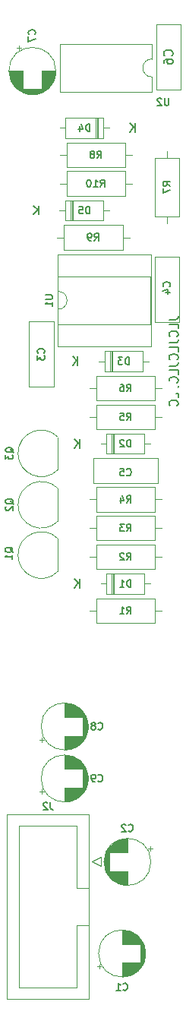
<source format=gbo>
G04 #@! TF.GenerationSoftware,KiCad,Pcbnew,7.0.7-7.0.7~ubuntu22.04.1*
G04 #@! TF.CreationDate,2024-01-01T18:28:25+01:00*
G04 #@! TF.ProjectId,Basic-ADSR,42617369-632d-4414-9453-522e6b696361,rev?*
G04 #@! TF.SameCoordinates,Original*
G04 #@! TF.FileFunction,Legend,Bot*
G04 #@! TF.FilePolarity,Positive*
%FSLAX46Y46*%
G04 Gerber Fmt 4.6, Leading zero omitted, Abs format (unit mm)*
G04 Created by KiCad (PCBNEW 7.0.7-7.0.7~ubuntu22.04.1) date 2024-01-01 18:28:25*
%MOMM*%
%LPD*%
G01*
G04 APERTURE LIST*
%ADD10C,0.150000*%
%ADD11C,0.120000*%
%ADD12R,1.700000X1.700000*%
%ADD13O,1.700000X1.700000*%
%ADD14C,3.200000*%
%ADD15R,1.600000X1.600000*%
%ADD16O,1.600000X1.600000*%
%ADD17C,1.600000*%
%ADD18R,1.500000X1.050000*%
%ADD19O,1.500000X1.050000*%
%ADD20C,1.700000*%
G04 APERTURE END LIST*
D10*
X47054819Y-67280951D02*
X47769104Y-67280951D01*
X47769104Y-67280951D02*
X47911961Y-67233332D01*
X47911961Y-67233332D02*
X48007200Y-67138094D01*
X48007200Y-67138094D02*
X48054819Y-66995237D01*
X48054819Y-66995237D02*
X48054819Y-66899999D01*
X48054819Y-68233332D02*
X48054819Y-67757142D01*
X48054819Y-67757142D02*
X47054819Y-67757142D01*
X47959580Y-69138094D02*
X48007200Y-69090475D01*
X48007200Y-69090475D02*
X48054819Y-68947618D01*
X48054819Y-68947618D02*
X48054819Y-68852380D01*
X48054819Y-68852380D02*
X48007200Y-68709523D01*
X48007200Y-68709523D02*
X47911961Y-68614285D01*
X47911961Y-68614285D02*
X47816723Y-68566666D01*
X47816723Y-68566666D02*
X47626247Y-68519047D01*
X47626247Y-68519047D02*
X47483390Y-68519047D01*
X47483390Y-68519047D02*
X47292914Y-68566666D01*
X47292914Y-68566666D02*
X47197676Y-68614285D01*
X47197676Y-68614285D02*
X47102438Y-68709523D01*
X47102438Y-68709523D02*
X47054819Y-68852380D01*
X47054819Y-68852380D02*
X47054819Y-68947618D01*
X47054819Y-68947618D02*
X47102438Y-69090475D01*
X47102438Y-69090475D02*
X47150057Y-69138094D01*
X47054819Y-69852380D02*
X47769104Y-69852380D01*
X47769104Y-69852380D02*
X47911961Y-69804761D01*
X47911961Y-69804761D02*
X48007200Y-69709523D01*
X48007200Y-69709523D02*
X48054819Y-69566666D01*
X48054819Y-69566666D02*
X48054819Y-69471428D01*
X48054819Y-70804761D02*
X48054819Y-70328571D01*
X48054819Y-70328571D02*
X47054819Y-70328571D01*
X47959580Y-71709523D02*
X48007200Y-71661904D01*
X48007200Y-71661904D02*
X48054819Y-71519047D01*
X48054819Y-71519047D02*
X48054819Y-71423809D01*
X48054819Y-71423809D02*
X48007200Y-71280952D01*
X48007200Y-71280952D02*
X47911961Y-71185714D01*
X47911961Y-71185714D02*
X47816723Y-71138095D01*
X47816723Y-71138095D02*
X47626247Y-71090476D01*
X47626247Y-71090476D02*
X47483390Y-71090476D01*
X47483390Y-71090476D02*
X47292914Y-71138095D01*
X47292914Y-71138095D02*
X47197676Y-71185714D01*
X47197676Y-71185714D02*
X47102438Y-71280952D01*
X47102438Y-71280952D02*
X47054819Y-71423809D01*
X47054819Y-71423809D02*
X47054819Y-71519047D01*
X47054819Y-71519047D02*
X47102438Y-71661904D01*
X47102438Y-71661904D02*
X47150057Y-71709523D01*
X47054819Y-72423809D02*
X47769104Y-72423809D01*
X47769104Y-72423809D02*
X47911961Y-72376190D01*
X47911961Y-72376190D02*
X48007200Y-72280952D01*
X48007200Y-72280952D02*
X48054819Y-72138095D01*
X48054819Y-72138095D02*
X48054819Y-72042857D01*
X48054819Y-73376190D02*
X48054819Y-72900000D01*
X48054819Y-72900000D02*
X47054819Y-72900000D01*
X47959580Y-74280952D02*
X48007200Y-74233333D01*
X48007200Y-74233333D02*
X48054819Y-74090476D01*
X48054819Y-74090476D02*
X48054819Y-73995238D01*
X48054819Y-73995238D02*
X48007200Y-73852381D01*
X48007200Y-73852381D02*
X47911961Y-73757143D01*
X47911961Y-73757143D02*
X47816723Y-73709524D01*
X47816723Y-73709524D02*
X47626247Y-73661905D01*
X47626247Y-73661905D02*
X47483390Y-73661905D01*
X47483390Y-73661905D02*
X47292914Y-73709524D01*
X47292914Y-73709524D02*
X47197676Y-73757143D01*
X47197676Y-73757143D02*
X47102438Y-73852381D01*
X47102438Y-73852381D02*
X47054819Y-73995238D01*
X47054819Y-73995238D02*
X47054819Y-74090476D01*
X47054819Y-74090476D02*
X47102438Y-74233333D01*
X47102438Y-74233333D02*
X47150057Y-74280952D01*
X47054819Y-74995238D02*
X47769104Y-74995238D01*
X47769104Y-74995238D02*
X47911961Y-74947619D01*
X47911961Y-74947619D02*
X48007200Y-74852381D01*
X48007200Y-74852381D02*
X48054819Y-74709524D01*
X48054819Y-74709524D02*
X48054819Y-74614286D01*
X48054819Y-75947619D02*
X48054819Y-75471429D01*
X48054819Y-75471429D02*
X47054819Y-75471429D01*
X47959580Y-76852381D02*
X48007200Y-76804762D01*
X48007200Y-76804762D02*
X48054819Y-76661905D01*
X48054819Y-76661905D02*
X48054819Y-76566667D01*
X48054819Y-76566667D02*
X48007200Y-76423810D01*
X48007200Y-76423810D02*
X47911961Y-76328572D01*
X47911961Y-76328572D02*
X47816723Y-76280953D01*
X47816723Y-76280953D02*
X47626247Y-76233334D01*
X47626247Y-76233334D02*
X47483390Y-76233334D01*
X47483390Y-76233334D02*
X47292914Y-76280953D01*
X47292914Y-76280953D02*
X47197676Y-76328572D01*
X47197676Y-76328572D02*
X47102438Y-76423810D01*
X47102438Y-76423810D02*
X47054819Y-76566667D01*
X47054819Y-76566667D02*
X47054819Y-76661905D01*
X47054819Y-76661905D02*
X47102438Y-76804762D01*
X47102438Y-76804762D02*
X47150057Y-76852381D01*
X38190475Y-55462295D02*
X38190475Y-54662295D01*
X38190475Y-54662295D02*
X37999999Y-54662295D01*
X37999999Y-54662295D02*
X37885713Y-54700390D01*
X37885713Y-54700390D02*
X37809523Y-54776580D01*
X37809523Y-54776580D02*
X37771428Y-54852771D01*
X37771428Y-54852771D02*
X37733332Y-55005152D01*
X37733332Y-55005152D02*
X37733332Y-55119438D01*
X37733332Y-55119438D02*
X37771428Y-55271819D01*
X37771428Y-55271819D02*
X37809523Y-55348009D01*
X37809523Y-55348009D02*
X37885713Y-55424200D01*
X37885713Y-55424200D02*
X37999999Y-55462295D01*
X37999999Y-55462295D02*
X38190475Y-55462295D01*
X37009523Y-54662295D02*
X37390475Y-54662295D01*
X37390475Y-54662295D02*
X37428571Y-55043247D01*
X37428571Y-55043247D02*
X37390475Y-55005152D01*
X37390475Y-55005152D02*
X37314285Y-54967057D01*
X37314285Y-54967057D02*
X37123809Y-54967057D01*
X37123809Y-54967057D02*
X37047618Y-55005152D01*
X37047618Y-55005152D02*
X37009523Y-55043247D01*
X37009523Y-55043247D02*
X36971428Y-55119438D01*
X36971428Y-55119438D02*
X36971428Y-55309914D01*
X36971428Y-55309914D02*
X37009523Y-55386104D01*
X37009523Y-55386104D02*
X37047618Y-55424200D01*
X37047618Y-55424200D02*
X37123809Y-55462295D01*
X37123809Y-55462295D02*
X37314285Y-55462295D01*
X37314285Y-55462295D02*
X37390475Y-55424200D01*
X37390475Y-55424200D02*
X37428571Y-55386104D01*
X32531904Y-55544819D02*
X32531904Y-54544819D01*
X31960476Y-55544819D02*
X32389047Y-54973390D01*
X31960476Y-54544819D02*
X32531904Y-55116247D01*
X42333332Y-94062295D02*
X42599999Y-93681342D01*
X42790475Y-94062295D02*
X42790475Y-93262295D01*
X42790475Y-93262295D02*
X42485713Y-93262295D01*
X42485713Y-93262295D02*
X42409523Y-93300390D01*
X42409523Y-93300390D02*
X42371428Y-93338485D01*
X42371428Y-93338485D02*
X42333332Y-93414676D01*
X42333332Y-93414676D02*
X42333332Y-93528961D01*
X42333332Y-93528961D02*
X42371428Y-93605152D01*
X42371428Y-93605152D02*
X42409523Y-93643247D01*
X42409523Y-93643247D02*
X42485713Y-93681342D01*
X42485713Y-93681342D02*
X42790475Y-93681342D01*
X42028571Y-93338485D02*
X41990475Y-93300390D01*
X41990475Y-93300390D02*
X41914285Y-93262295D01*
X41914285Y-93262295D02*
X41723809Y-93262295D01*
X41723809Y-93262295D02*
X41647618Y-93300390D01*
X41647618Y-93300390D02*
X41609523Y-93338485D01*
X41609523Y-93338485D02*
X41571428Y-93414676D01*
X41571428Y-93414676D02*
X41571428Y-93490866D01*
X41571428Y-93490866D02*
X41609523Y-93605152D01*
X41609523Y-93605152D02*
X42066666Y-94062295D01*
X42066666Y-94062295D02*
X41571428Y-94062295D01*
X42333332Y-100062295D02*
X42599999Y-99681342D01*
X42790475Y-100062295D02*
X42790475Y-99262295D01*
X42790475Y-99262295D02*
X42485713Y-99262295D01*
X42485713Y-99262295D02*
X42409523Y-99300390D01*
X42409523Y-99300390D02*
X42371428Y-99338485D01*
X42371428Y-99338485D02*
X42333332Y-99414676D01*
X42333332Y-99414676D02*
X42333332Y-99528961D01*
X42333332Y-99528961D02*
X42371428Y-99605152D01*
X42371428Y-99605152D02*
X42409523Y-99643247D01*
X42409523Y-99643247D02*
X42485713Y-99681342D01*
X42485713Y-99681342D02*
X42790475Y-99681342D01*
X41571428Y-100062295D02*
X42028571Y-100062295D01*
X41799999Y-100062295D02*
X41799999Y-99262295D01*
X41799999Y-99262295D02*
X41876190Y-99376580D01*
X41876190Y-99376580D02*
X41952380Y-99452771D01*
X41952380Y-99452771D02*
X42028571Y-99490866D01*
X42333332Y-84586104D02*
X42371428Y-84624200D01*
X42371428Y-84624200D02*
X42485713Y-84662295D01*
X42485713Y-84662295D02*
X42561904Y-84662295D01*
X42561904Y-84662295D02*
X42676190Y-84624200D01*
X42676190Y-84624200D02*
X42752380Y-84548009D01*
X42752380Y-84548009D02*
X42790475Y-84471819D01*
X42790475Y-84471819D02*
X42828571Y-84319438D01*
X42828571Y-84319438D02*
X42828571Y-84205152D01*
X42828571Y-84205152D02*
X42790475Y-84052771D01*
X42790475Y-84052771D02*
X42752380Y-83976580D01*
X42752380Y-83976580D02*
X42676190Y-83900390D01*
X42676190Y-83900390D02*
X42561904Y-83862295D01*
X42561904Y-83862295D02*
X42485713Y-83862295D01*
X42485713Y-83862295D02*
X42371428Y-83900390D01*
X42371428Y-83900390D02*
X42333332Y-83938485D01*
X41609523Y-83862295D02*
X41990475Y-83862295D01*
X41990475Y-83862295D02*
X42028571Y-84243247D01*
X42028571Y-84243247D02*
X41990475Y-84205152D01*
X41990475Y-84205152D02*
X41914285Y-84167057D01*
X41914285Y-84167057D02*
X41723809Y-84167057D01*
X41723809Y-84167057D02*
X41647618Y-84205152D01*
X41647618Y-84205152D02*
X41609523Y-84243247D01*
X41609523Y-84243247D02*
X41571428Y-84319438D01*
X41571428Y-84319438D02*
X41571428Y-84509914D01*
X41571428Y-84509914D02*
X41609523Y-84586104D01*
X41609523Y-84586104D02*
X41647618Y-84624200D01*
X41647618Y-84624200D02*
X41723809Y-84662295D01*
X41723809Y-84662295D02*
X41914285Y-84662295D01*
X41914285Y-84662295D02*
X41990475Y-84624200D01*
X41990475Y-84624200D02*
X42028571Y-84586104D01*
X29638485Y-93223809D02*
X29600390Y-93147619D01*
X29600390Y-93147619D02*
X29524200Y-93071428D01*
X29524200Y-93071428D02*
X29409914Y-92957142D01*
X29409914Y-92957142D02*
X29371819Y-92880952D01*
X29371819Y-92880952D02*
X29371819Y-92804761D01*
X29562295Y-92842857D02*
X29524200Y-92766666D01*
X29524200Y-92766666D02*
X29448009Y-92690476D01*
X29448009Y-92690476D02*
X29295628Y-92652380D01*
X29295628Y-92652380D02*
X29028961Y-92652380D01*
X29028961Y-92652380D02*
X28876580Y-92690476D01*
X28876580Y-92690476D02*
X28800390Y-92766666D01*
X28800390Y-92766666D02*
X28762295Y-92842857D01*
X28762295Y-92842857D02*
X28762295Y-92995238D01*
X28762295Y-92995238D02*
X28800390Y-93071428D01*
X28800390Y-93071428D02*
X28876580Y-93147619D01*
X28876580Y-93147619D02*
X29028961Y-93185714D01*
X29028961Y-93185714D02*
X29295628Y-93185714D01*
X29295628Y-93185714D02*
X29448009Y-93147619D01*
X29448009Y-93147619D02*
X29524200Y-93071428D01*
X29524200Y-93071428D02*
X29562295Y-92995238D01*
X29562295Y-92995238D02*
X29562295Y-92842857D01*
X29562295Y-93947618D02*
X29562295Y-93490475D01*
X29562295Y-93719047D02*
X28762295Y-93719047D01*
X28762295Y-93719047D02*
X28876580Y-93642856D01*
X28876580Y-93642856D02*
X28952771Y-93566666D01*
X28952771Y-93566666D02*
X28990866Y-93490475D01*
X39133332Y-112886104D02*
X39171428Y-112924200D01*
X39171428Y-112924200D02*
X39285713Y-112962295D01*
X39285713Y-112962295D02*
X39361904Y-112962295D01*
X39361904Y-112962295D02*
X39476190Y-112924200D01*
X39476190Y-112924200D02*
X39552380Y-112848009D01*
X39552380Y-112848009D02*
X39590475Y-112771819D01*
X39590475Y-112771819D02*
X39628571Y-112619438D01*
X39628571Y-112619438D02*
X39628571Y-112505152D01*
X39628571Y-112505152D02*
X39590475Y-112352771D01*
X39590475Y-112352771D02*
X39552380Y-112276580D01*
X39552380Y-112276580D02*
X39476190Y-112200390D01*
X39476190Y-112200390D02*
X39361904Y-112162295D01*
X39361904Y-112162295D02*
X39285713Y-112162295D01*
X39285713Y-112162295D02*
X39171428Y-112200390D01*
X39171428Y-112200390D02*
X39133332Y-112238485D01*
X38676190Y-112505152D02*
X38752380Y-112467057D01*
X38752380Y-112467057D02*
X38790475Y-112428961D01*
X38790475Y-112428961D02*
X38828571Y-112352771D01*
X38828571Y-112352771D02*
X38828571Y-112314676D01*
X38828571Y-112314676D02*
X38790475Y-112238485D01*
X38790475Y-112238485D02*
X38752380Y-112200390D01*
X38752380Y-112200390D02*
X38676190Y-112162295D01*
X38676190Y-112162295D02*
X38523809Y-112162295D01*
X38523809Y-112162295D02*
X38447618Y-112200390D01*
X38447618Y-112200390D02*
X38409523Y-112238485D01*
X38409523Y-112238485D02*
X38371428Y-112314676D01*
X38371428Y-112314676D02*
X38371428Y-112352771D01*
X38371428Y-112352771D02*
X38409523Y-112428961D01*
X38409523Y-112428961D02*
X38447618Y-112467057D01*
X38447618Y-112467057D02*
X38523809Y-112505152D01*
X38523809Y-112505152D02*
X38676190Y-112505152D01*
X38676190Y-112505152D02*
X38752380Y-112543247D01*
X38752380Y-112543247D02*
X38790475Y-112581342D01*
X38790475Y-112581342D02*
X38828571Y-112657533D01*
X38828571Y-112657533D02*
X38828571Y-112809914D01*
X38828571Y-112809914D02*
X38790475Y-112886104D01*
X38790475Y-112886104D02*
X38752380Y-112924200D01*
X38752380Y-112924200D02*
X38676190Y-112962295D01*
X38676190Y-112962295D02*
X38523809Y-112962295D01*
X38523809Y-112962295D02*
X38447618Y-112924200D01*
X38447618Y-112924200D02*
X38409523Y-112886104D01*
X38409523Y-112886104D02*
X38371428Y-112809914D01*
X38371428Y-112809914D02*
X38371428Y-112657533D01*
X38371428Y-112657533D02*
X38409523Y-112581342D01*
X38409523Y-112581342D02*
X38447618Y-112543247D01*
X38447618Y-112543247D02*
X38523809Y-112505152D01*
X42333332Y-78462295D02*
X42599999Y-78081342D01*
X42790475Y-78462295D02*
X42790475Y-77662295D01*
X42790475Y-77662295D02*
X42485713Y-77662295D01*
X42485713Y-77662295D02*
X42409523Y-77700390D01*
X42409523Y-77700390D02*
X42371428Y-77738485D01*
X42371428Y-77738485D02*
X42333332Y-77814676D01*
X42333332Y-77814676D02*
X42333332Y-77928961D01*
X42333332Y-77928961D02*
X42371428Y-78005152D01*
X42371428Y-78005152D02*
X42409523Y-78043247D01*
X42409523Y-78043247D02*
X42485713Y-78081342D01*
X42485713Y-78081342D02*
X42790475Y-78081342D01*
X41609523Y-77662295D02*
X41990475Y-77662295D01*
X41990475Y-77662295D02*
X42028571Y-78043247D01*
X42028571Y-78043247D02*
X41990475Y-78005152D01*
X41990475Y-78005152D02*
X41914285Y-77967057D01*
X41914285Y-77967057D02*
X41723809Y-77967057D01*
X41723809Y-77967057D02*
X41647618Y-78005152D01*
X41647618Y-78005152D02*
X41609523Y-78043247D01*
X41609523Y-78043247D02*
X41571428Y-78119438D01*
X41571428Y-78119438D02*
X41571428Y-78309914D01*
X41571428Y-78309914D02*
X41609523Y-78386104D01*
X41609523Y-78386104D02*
X41647618Y-78424200D01*
X41647618Y-78424200D02*
X41723809Y-78462295D01*
X41723809Y-78462295D02*
X41914285Y-78462295D01*
X41914285Y-78462295D02*
X41990475Y-78424200D01*
X41990475Y-78424200D02*
X42028571Y-78386104D01*
X39133332Y-118686104D02*
X39171428Y-118724200D01*
X39171428Y-118724200D02*
X39285713Y-118762295D01*
X39285713Y-118762295D02*
X39361904Y-118762295D01*
X39361904Y-118762295D02*
X39476190Y-118724200D01*
X39476190Y-118724200D02*
X39552380Y-118648009D01*
X39552380Y-118648009D02*
X39590475Y-118571819D01*
X39590475Y-118571819D02*
X39628571Y-118419438D01*
X39628571Y-118419438D02*
X39628571Y-118305152D01*
X39628571Y-118305152D02*
X39590475Y-118152771D01*
X39590475Y-118152771D02*
X39552380Y-118076580D01*
X39552380Y-118076580D02*
X39476190Y-118000390D01*
X39476190Y-118000390D02*
X39361904Y-117962295D01*
X39361904Y-117962295D02*
X39285713Y-117962295D01*
X39285713Y-117962295D02*
X39171428Y-118000390D01*
X39171428Y-118000390D02*
X39133332Y-118038485D01*
X38752380Y-118762295D02*
X38599999Y-118762295D01*
X38599999Y-118762295D02*
X38523809Y-118724200D01*
X38523809Y-118724200D02*
X38485713Y-118686104D01*
X38485713Y-118686104D02*
X38409523Y-118571819D01*
X38409523Y-118571819D02*
X38371428Y-118419438D01*
X38371428Y-118419438D02*
X38371428Y-118114676D01*
X38371428Y-118114676D02*
X38409523Y-118038485D01*
X38409523Y-118038485D02*
X38447618Y-118000390D01*
X38447618Y-118000390D02*
X38523809Y-117962295D01*
X38523809Y-117962295D02*
X38676190Y-117962295D01*
X38676190Y-117962295D02*
X38752380Y-118000390D01*
X38752380Y-118000390D02*
X38790475Y-118038485D01*
X38790475Y-118038485D02*
X38828571Y-118114676D01*
X38828571Y-118114676D02*
X38828571Y-118305152D01*
X38828571Y-118305152D02*
X38790475Y-118381342D01*
X38790475Y-118381342D02*
X38752380Y-118419438D01*
X38752380Y-118419438D02*
X38676190Y-118457533D01*
X38676190Y-118457533D02*
X38523809Y-118457533D01*
X38523809Y-118457533D02*
X38447618Y-118419438D01*
X38447618Y-118419438D02*
X38409523Y-118381342D01*
X38409523Y-118381342D02*
X38371428Y-118305152D01*
X33086104Y-70966667D02*
X33124200Y-70928571D01*
X33124200Y-70928571D02*
X33162295Y-70814286D01*
X33162295Y-70814286D02*
X33162295Y-70738095D01*
X33162295Y-70738095D02*
X33124200Y-70623809D01*
X33124200Y-70623809D02*
X33048009Y-70547619D01*
X33048009Y-70547619D02*
X32971819Y-70509524D01*
X32971819Y-70509524D02*
X32819438Y-70471428D01*
X32819438Y-70471428D02*
X32705152Y-70471428D01*
X32705152Y-70471428D02*
X32552771Y-70509524D01*
X32552771Y-70509524D02*
X32476580Y-70547619D01*
X32476580Y-70547619D02*
X32400390Y-70623809D01*
X32400390Y-70623809D02*
X32362295Y-70738095D01*
X32362295Y-70738095D02*
X32362295Y-70814286D01*
X32362295Y-70814286D02*
X32400390Y-70928571D01*
X32400390Y-70928571D02*
X32438485Y-70966667D01*
X32362295Y-71233333D02*
X32362295Y-71728571D01*
X32362295Y-71728571D02*
X32667057Y-71461905D01*
X32667057Y-71461905D02*
X32667057Y-71576190D01*
X32667057Y-71576190D02*
X32705152Y-71652381D01*
X32705152Y-71652381D02*
X32743247Y-71690476D01*
X32743247Y-71690476D02*
X32819438Y-71728571D01*
X32819438Y-71728571D02*
X33009914Y-71728571D01*
X33009914Y-71728571D02*
X33086104Y-71690476D01*
X33086104Y-71690476D02*
X33124200Y-71652381D01*
X33124200Y-71652381D02*
X33162295Y-71576190D01*
X33162295Y-71576190D02*
X33162295Y-71347619D01*
X33162295Y-71347619D02*
X33124200Y-71271428D01*
X33124200Y-71271428D02*
X33086104Y-71233333D01*
X47162295Y-52366667D02*
X46781342Y-52100000D01*
X47162295Y-51909524D02*
X46362295Y-51909524D01*
X46362295Y-51909524D02*
X46362295Y-52214286D01*
X46362295Y-52214286D02*
X46400390Y-52290476D01*
X46400390Y-52290476D02*
X46438485Y-52328571D01*
X46438485Y-52328571D02*
X46514676Y-52366667D01*
X46514676Y-52366667D02*
X46628961Y-52366667D01*
X46628961Y-52366667D02*
X46705152Y-52328571D01*
X46705152Y-52328571D02*
X46743247Y-52290476D01*
X46743247Y-52290476D02*
X46781342Y-52214286D01*
X46781342Y-52214286D02*
X46781342Y-51909524D01*
X46362295Y-52633333D02*
X46362295Y-53166667D01*
X46362295Y-53166667D02*
X47162295Y-52823809D01*
X42333332Y-87662295D02*
X42599999Y-87281342D01*
X42790475Y-87662295D02*
X42790475Y-86862295D01*
X42790475Y-86862295D02*
X42485713Y-86862295D01*
X42485713Y-86862295D02*
X42409523Y-86900390D01*
X42409523Y-86900390D02*
X42371428Y-86938485D01*
X42371428Y-86938485D02*
X42333332Y-87014676D01*
X42333332Y-87014676D02*
X42333332Y-87128961D01*
X42333332Y-87128961D02*
X42371428Y-87205152D01*
X42371428Y-87205152D02*
X42409523Y-87243247D01*
X42409523Y-87243247D02*
X42485713Y-87281342D01*
X42485713Y-87281342D02*
X42790475Y-87281342D01*
X41647618Y-87128961D02*
X41647618Y-87662295D01*
X41838094Y-86824200D02*
X42028571Y-87395628D01*
X42028571Y-87395628D02*
X41533332Y-87395628D01*
X29678485Y-82093809D02*
X29640390Y-82017619D01*
X29640390Y-82017619D02*
X29564200Y-81941428D01*
X29564200Y-81941428D02*
X29449914Y-81827142D01*
X29449914Y-81827142D02*
X29411819Y-81750952D01*
X29411819Y-81750952D02*
X29411819Y-81674761D01*
X29602295Y-81712857D02*
X29564200Y-81636666D01*
X29564200Y-81636666D02*
X29488009Y-81560476D01*
X29488009Y-81560476D02*
X29335628Y-81522380D01*
X29335628Y-81522380D02*
X29068961Y-81522380D01*
X29068961Y-81522380D02*
X28916580Y-81560476D01*
X28916580Y-81560476D02*
X28840390Y-81636666D01*
X28840390Y-81636666D02*
X28802295Y-81712857D01*
X28802295Y-81712857D02*
X28802295Y-81865238D01*
X28802295Y-81865238D02*
X28840390Y-81941428D01*
X28840390Y-81941428D02*
X28916580Y-82017619D01*
X28916580Y-82017619D02*
X29068961Y-82055714D01*
X29068961Y-82055714D02*
X29335628Y-82055714D01*
X29335628Y-82055714D02*
X29488009Y-82017619D01*
X29488009Y-82017619D02*
X29564200Y-81941428D01*
X29564200Y-81941428D02*
X29602295Y-81865238D01*
X29602295Y-81865238D02*
X29602295Y-81712857D01*
X28802295Y-82322380D02*
X28802295Y-82817618D01*
X28802295Y-82817618D02*
X29107057Y-82550952D01*
X29107057Y-82550952D02*
X29107057Y-82665237D01*
X29107057Y-82665237D02*
X29145152Y-82741428D01*
X29145152Y-82741428D02*
X29183247Y-82779523D01*
X29183247Y-82779523D02*
X29259438Y-82817618D01*
X29259438Y-82817618D02*
X29449914Y-82817618D01*
X29449914Y-82817618D02*
X29526104Y-82779523D01*
X29526104Y-82779523D02*
X29564200Y-82741428D01*
X29564200Y-82741428D02*
X29602295Y-82665237D01*
X29602295Y-82665237D02*
X29602295Y-82436666D01*
X29602295Y-82436666D02*
X29564200Y-82360475D01*
X29564200Y-82360475D02*
X29526104Y-82322380D01*
X39394285Y-52462295D02*
X39660952Y-52081342D01*
X39851428Y-52462295D02*
X39851428Y-51662295D01*
X39851428Y-51662295D02*
X39546666Y-51662295D01*
X39546666Y-51662295D02*
X39470476Y-51700390D01*
X39470476Y-51700390D02*
X39432381Y-51738485D01*
X39432381Y-51738485D02*
X39394285Y-51814676D01*
X39394285Y-51814676D02*
X39394285Y-51928961D01*
X39394285Y-51928961D02*
X39432381Y-52005152D01*
X39432381Y-52005152D02*
X39470476Y-52043247D01*
X39470476Y-52043247D02*
X39546666Y-52081342D01*
X39546666Y-52081342D02*
X39851428Y-52081342D01*
X38632381Y-52462295D02*
X39089524Y-52462295D01*
X38860952Y-52462295D02*
X38860952Y-51662295D01*
X38860952Y-51662295D02*
X38937143Y-51776580D01*
X38937143Y-51776580D02*
X39013333Y-51852771D01*
X39013333Y-51852771D02*
X39089524Y-51890866D01*
X38137142Y-51662295D02*
X38060952Y-51662295D01*
X38060952Y-51662295D02*
X37984761Y-51700390D01*
X37984761Y-51700390D02*
X37946666Y-51738485D01*
X37946666Y-51738485D02*
X37908571Y-51814676D01*
X37908571Y-51814676D02*
X37870476Y-51967057D01*
X37870476Y-51967057D02*
X37870476Y-52157533D01*
X37870476Y-52157533D02*
X37908571Y-52309914D01*
X37908571Y-52309914D02*
X37946666Y-52386104D01*
X37946666Y-52386104D02*
X37984761Y-52424200D01*
X37984761Y-52424200D02*
X38060952Y-52462295D01*
X38060952Y-52462295D02*
X38137142Y-52462295D01*
X38137142Y-52462295D02*
X38213333Y-52424200D01*
X38213333Y-52424200D02*
X38251428Y-52386104D01*
X38251428Y-52386104D02*
X38289523Y-52309914D01*
X38289523Y-52309914D02*
X38327619Y-52157533D01*
X38327619Y-52157533D02*
X38327619Y-51967057D01*
X38327619Y-51967057D02*
X38289523Y-51814676D01*
X38289523Y-51814676D02*
X38251428Y-51738485D01*
X38251428Y-51738485D02*
X38213333Y-51700390D01*
X38213333Y-51700390D02*
X38137142Y-51662295D01*
X42790475Y-81462295D02*
X42790475Y-80662295D01*
X42790475Y-80662295D02*
X42599999Y-80662295D01*
X42599999Y-80662295D02*
X42485713Y-80700390D01*
X42485713Y-80700390D02*
X42409523Y-80776580D01*
X42409523Y-80776580D02*
X42371428Y-80852771D01*
X42371428Y-80852771D02*
X42333332Y-81005152D01*
X42333332Y-81005152D02*
X42333332Y-81119438D01*
X42333332Y-81119438D02*
X42371428Y-81271819D01*
X42371428Y-81271819D02*
X42409523Y-81348009D01*
X42409523Y-81348009D02*
X42485713Y-81424200D01*
X42485713Y-81424200D02*
X42599999Y-81462295D01*
X42599999Y-81462295D02*
X42790475Y-81462295D01*
X42028571Y-80738485D02*
X41990475Y-80700390D01*
X41990475Y-80700390D02*
X41914285Y-80662295D01*
X41914285Y-80662295D02*
X41723809Y-80662295D01*
X41723809Y-80662295D02*
X41647618Y-80700390D01*
X41647618Y-80700390D02*
X41609523Y-80738485D01*
X41609523Y-80738485D02*
X41571428Y-80814676D01*
X41571428Y-80814676D02*
X41571428Y-80890866D01*
X41571428Y-80890866D02*
X41609523Y-81005152D01*
X41609523Y-81005152D02*
X42066666Y-81462295D01*
X42066666Y-81462295D02*
X41571428Y-81462295D01*
X37061904Y-81554819D02*
X37061904Y-80554819D01*
X36490476Y-81554819D02*
X36919047Y-80983390D01*
X36490476Y-80554819D02*
X37061904Y-81126247D01*
X38733332Y-58462295D02*
X38999999Y-58081342D01*
X39190475Y-58462295D02*
X39190475Y-57662295D01*
X39190475Y-57662295D02*
X38885713Y-57662295D01*
X38885713Y-57662295D02*
X38809523Y-57700390D01*
X38809523Y-57700390D02*
X38771428Y-57738485D01*
X38771428Y-57738485D02*
X38733332Y-57814676D01*
X38733332Y-57814676D02*
X38733332Y-57928961D01*
X38733332Y-57928961D02*
X38771428Y-58005152D01*
X38771428Y-58005152D02*
X38809523Y-58043247D01*
X38809523Y-58043247D02*
X38885713Y-58081342D01*
X38885713Y-58081342D02*
X39190475Y-58081342D01*
X38352380Y-58462295D02*
X38199999Y-58462295D01*
X38199999Y-58462295D02*
X38123809Y-58424200D01*
X38123809Y-58424200D02*
X38085713Y-58386104D01*
X38085713Y-58386104D02*
X38009523Y-58271819D01*
X38009523Y-58271819D02*
X37971428Y-58119438D01*
X37971428Y-58119438D02*
X37971428Y-57814676D01*
X37971428Y-57814676D02*
X38009523Y-57738485D01*
X38009523Y-57738485D02*
X38047618Y-57700390D01*
X38047618Y-57700390D02*
X38123809Y-57662295D01*
X38123809Y-57662295D02*
X38276190Y-57662295D01*
X38276190Y-57662295D02*
X38352380Y-57700390D01*
X38352380Y-57700390D02*
X38390475Y-57738485D01*
X38390475Y-57738485D02*
X38428571Y-57814676D01*
X38428571Y-57814676D02*
X38428571Y-58005152D01*
X38428571Y-58005152D02*
X38390475Y-58081342D01*
X38390475Y-58081342D02*
X38352380Y-58119438D01*
X38352380Y-58119438D02*
X38276190Y-58157533D01*
X38276190Y-58157533D02*
X38123809Y-58157533D01*
X38123809Y-58157533D02*
X38047618Y-58119438D01*
X38047618Y-58119438D02*
X38009523Y-58081342D01*
X38009523Y-58081342D02*
X37971428Y-58005152D01*
X33796666Y-121082295D02*
X33796666Y-121653723D01*
X33796666Y-121653723D02*
X33834761Y-121768009D01*
X33834761Y-121768009D02*
X33910952Y-121844200D01*
X33910952Y-121844200D02*
X34025237Y-121882295D01*
X34025237Y-121882295D02*
X34101428Y-121882295D01*
X33453809Y-121158485D02*
X33415713Y-121120390D01*
X33415713Y-121120390D02*
X33339523Y-121082295D01*
X33339523Y-121082295D02*
X33149047Y-121082295D01*
X33149047Y-121082295D02*
X33072856Y-121120390D01*
X33072856Y-121120390D02*
X33034761Y-121158485D01*
X33034761Y-121158485D02*
X32996666Y-121234676D01*
X32996666Y-121234676D02*
X32996666Y-121310866D01*
X32996666Y-121310866D02*
X33034761Y-121425152D01*
X33034761Y-121425152D02*
X33491904Y-121882295D01*
X33491904Y-121882295D02*
X32996666Y-121882295D01*
X42333332Y-90862295D02*
X42599999Y-90481342D01*
X42790475Y-90862295D02*
X42790475Y-90062295D01*
X42790475Y-90062295D02*
X42485713Y-90062295D01*
X42485713Y-90062295D02*
X42409523Y-90100390D01*
X42409523Y-90100390D02*
X42371428Y-90138485D01*
X42371428Y-90138485D02*
X42333332Y-90214676D01*
X42333332Y-90214676D02*
X42333332Y-90328961D01*
X42333332Y-90328961D02*
X42371428Y-90405152D01*
X42371428Y-90405152D02*
X42409523Y-90443247D01*
X42409523Y-90443247D02*
X42485713Y-90481342D01*
X42485713Y-90481342D02*
X42790475Y-90481342D01*
X42066666Y-90062295D02*
X41571428Y-90062295D01*
X41571428Y-90062295D02*
X41838094Y-90367057D01*
X41838094Y-90367057D02*
X41723809Y-90367057D01*
X41723809Y-90367057D02*
X41647618Y-90405152D01*
X41647618Y-90405152D02*
X41609523Y-90443247D01*
X41609523Y-90443247D02*
X41571428Y-90519438D01*
X41571428Y-90519438D02*
X41571428Y-90709914D01*
X41571428Y-90709914D02*
X41609523Y-90786104D01*
X41609523Y-90786104D02*
X41647618Y-90824200D01*
X41647618Y-90824200D02*
X41723809Y-90862295D01*
X41723809Y-90862295D02*
X41952380Y-90862295D01*
X41952380Y-90862295D02*
X42028571Y-90824200D01*
X42028571Y-90824200D02*
X42066666Y-90786104D01*
X42790475Y-97062295D02*
X42790475Y-96262295D01*
X42790475Y-96262295D02*
X42599999Y-96262295D01*
X42599999Y-96262295D02*
X42485713Y-96300390D01*
X42485713Y-96300390D02*
X42409523Y-96376580D01*
X42409523Y-96376580D02*
X42371428Y-96452771D01*
X42371428Y-96452771D02*
X42333332Y-96605152D01*
X42333332Y-96605152D02*
X42333332Y-96719438D01*
X42333332Y-96719438D02*
X42371428Y-96871819D01*
X42371428Y-96871819D02*
X42409523Y-96948009D01*
X42409523Y-96948009D02*
X42485713Y-97024200D01*
X42485713Y-97024200D02*
X42599999Y-97062295D01*
X42599999Y-97062295D02*
X42790475Y-97062295D01*
X41571428Y-97062295D02*
X42028571Y-97062295D01*
X41799999Y-97062295D02*
X41799999Y-96262295D01*
X41799999Y-96262295D02*
X41876190Y-96376580D01*
X41876190Y-96376580D02*
X41952380Y-96452771D01*
X41952380Y-96452771D02*
X42028571Y-96490866D01*
X37061904Y-97154819D02*
X37061904Y-96154819D01*
X36490476Y-97154819D02*
X36919047Y-96583390D01*
X36490476Y-96154819D02*
X37061904Y-96726247D01*
X47009523Y-42582295D02*
X47009523Y-43229914D01*
X47009523Y-43229914D02*
X46971428Y-43306104D01*
X46971428Y-43306104D02*
X46933333Y-43344200D01*
X46933333Y-43344200D02*
X46857142Y-43382295D01*
X46857142Y-43382295D02*
X46704761Y-43382295D01*
X46704761Y-43382295D02*
X46628571Y-43344200D01*
X46628571Y-43344200D02*
X46590476Y-43306104D01*
X46590476Y-43306104D02*
X46552380Y-43229914D01*
X46552380Y-43229914D02*
X46552380Y-42582295D01*
X46209524Y-42658485D02*
X46171428Y-42620390D01*
X46171428Y-42620390D02*
X46095238Y-42582295D01*
X46095238Y-42582295D02*
X45904762Y-42582295D01*
X45904762Y-42582295D02*
X45828571Y-42620390D01*
X45828571Y-42620390D02*
X45790476Y-42658485D01*
X45790476Y-42658485D02*
X45752381Y-42734676D01*
X45752381Y-42734676D02*
X45752381Y-42810866D01*
X45752381Y-42810866D02*
X45790476Y-42925152D01*
X45790476Y-42925152D02*
X46247619Y-43382295D01*
X46247619Y-43382295D02*
X45752381Y-43382295D01*
X38200475Y-46262295D02*
X38200475Y-45462295D01*
X38200475Y-45462295D02*
X38009999Y-45462295D01*
X38009999Y-45462295D02*
X37895713Y-45500390D01*
X37895713Y-45500390D02*
X37819523Y-45576580D01*
X37819523Y-45576580D02*
X37781428Y-45652771D01*
X37781428Y-45652771D02*
X37743332Y-45805152D01*
X37743332Y-45805152D02*
X37743332Y-45919438D01*
X37743332Y-45919438D02*
X37781428Y-46071819D01*
X37781428Y-46071819D02*
X37819523Y-46148009D01*
X37819523Y-46148009D02*
X37895713Y-46224200D01*
X37895713Y-46224200D02*
X38009999Y-46262295D01*
X38009999Y-46262295D02*
X38200475Y-46262295D01*
X37057618Y-45728961D02*
X37057618Y-46262295D01*
X37248094Y-45424200D02*
X37438571Y-45995628D01*
X37438571Y-45995628D02*
X36943332Y-45995628D01*
X43271904Y-46354819D02*
X43271904Y-45354819D01*
X42700476Y-46354819D02*
X43129047Y-45783390D01*
X42700476Y-45354819D02*
X43271904Y-45926247D01*
X39013332Y-49262295D02*
X39279999Y-48881342D01*
X39470475Y-49262295D02*
X39470475Y-48462295D01*
X39470475Y-48462295D02*
X39165713Y-48462295D01*
X39165713Y-48462295D02*
X39089523Y-48500390D01*
X39089523Y-48500390D02*
X39051428Y-48538485D01*
X39051428Y-48538485D02*
X39013332Y-48614676D01*
X39013332Y-48614676D02*
X39013332Y-48728961D01*
X39013332Y-48728961D02*
X39051428Y-48805152D01*
X39051428Y-48805152D02*
X39089523Y-48843247D01*
X39089523Y-48843247D02*
X39165713Y-48881342D01*
X39165713Y-48881342D02*
X39470475Y-48881342D01*
X38556190Y-48805152D02*
X38632380Y-48767057D01*
X38632380Y-48767057D02*
X38670475Y-48728961D01*
X38670475Y-48728961D02*
X38708571Y-48652771D01*
X38708571Y-48652771D02*
X38708571Y-48614676D01*
X38708571Y-48614676D02*
X38670475Y-48538485D01*
X38670475Y-48538485D02*
X38632380Y-48500390D01*
X38632380Y-48500390D02*
X38556190Y-48462295D01*
X38556190Y-48462295D02*
X38403809Y-48462295D01*
X38403809Y-48462295D02*
X38327618Y-48500390D01*
X38327618Y-48500390D02*
X38289523Y-48538485D01*
X38289523Y-48538485D02*
X38251428Y-48614676D01*
X38251428Y-48614676D02*
X38251428Y-48652771D01*
X38251428Y-48652771D02*
X38289523Y-48728961D01*
X38289523Y-48728961D02*
X38327618Y-48767057D01*
X38327618Y-48767057D02*
X38403809Y-48805152D01*
X38403809Y-48805152D02*
X38556190Y-48805152D01*
X38556190Y-48805152D02*
X38632380Y-48843247D01*
X38632380Y-48843247D02*
X38670475Y-48881342D01*
X38670475Y-48881342D02*
X38708571Y-48957533D01*
X38708571Y-48957533D02*
X38708571Y-49109914D01*
X38708571Y-49109914D02*
X38670475Y-49186104D01*
X38670475Y-49186104D02*
X38632380Y-49224200D01*
X38632380Y-49224200D02*
X38556190Y-49262295D01*
X38556190Y-49262295D02*
X38403809Y-49262295D01*
X38403809Y-49262295D02*
X38327618Y-49224200D01*
X38327618Y-49224200D02*
X38289523Y-49186104D01*
X38289523Y-49186104D02*
X38251428Y-49109914D01*
X38251428Y-49109914D02*
X38251428Y-48957533D01*
X38251428Y-48957533D02*
X38289523Y-48881342D01*
X38289523Y-48881342D02*
X38327618Y-48843247D01*
X38327618Y-48843247D02*
X38403809Y-48805152D01*
X29678485Y-87823809D02*
X29640390Y-87747619D01*
X29640390Y-87747619D02*
X29564200Y-87671428D01*
X29564200Y-87671428D02*
X29449914Y-87557142D01*
X29449914Y-87557142D02*
X29411819Y-87480952D01*
X29411819Y-87480952D02*
X29411819Y-87404761D01*
X29602295Y-87442857D02*
X29564200Y-87366666D01*
X29564200Y-87366666D02*
X29488009Y-87290476D01*
X29488009Y-87290476D02*
X29335628Y-87252380D01*
X29335628Y-87252380D02*
X29068961Y-87252380D01*
X29068961Y-87252380D02*
X28916580Y-87290476D01*
X28916580Y-87290476D02*
X28840390Y-87366666D01*
X28840390Y-87366666D02*
X28802295Y-87442857D01*
X28802295Y-87442857D02*
X28802295Y-87595238D01*
X28802295Y-87595238D02*
X28840390Y-87671428D01*
X28840390Y-87671428D02*
X28916580Y-87747619D01*
X28916580Y-87747619D02*
X29068961Y-87785714D01*
X29068961Y-87785714D02*
X29335628Y-87785714D01*
X29335628Y-87785714D02*
X29488009Y-87747619D01*
X29488009Y-87747619D02*
X29564200Y-87671428D01*
X29564200Y-87671428D02*
X29602295Y-87595238D01*
X29602295Y-87595238D02*
X29602295Y-87442857D01*
X28878485Y-88090475D02*
X28840390Y-88128571D01*
X28840390Y-88128571D02*
X28802295Y-88204761D01*
X28802295Y-88204761D02*
X28802295Y-88395237D01*
X28802295Y-88395237D02*
X28840390Y-88471428D01*
X28840390Y-88471428D02*
X28878485Y-88509523D01*
X28878485Y-88509523D02*
X28954676Y-88547618D01*
X28954676Y-88547618D02*
X29030866Y-88547618D01*
X29030866Y-88547618D02*
X29145152Y-88509523D01*
X29145152Y-88509523D02*
X29602295Y-88052380D01*
X29602295Y-88052380D02*
X29602295Y-88547618D01*
X47359580Y-37833333D02*
X47407200Y-37785714D01*
X47407200Y-37785714D02*
X47454819Y-37642857D01*
X47454819Y-37642857D02*
X47454819Y-37547619D01*
X47454819Y-37547619D02*
X47407200Y-37404762D01*
X47407200Y-37404762D02*
X47311961Y-37309524D01*
X47311961Y-37309524D02*
X47216723Y-37261905D01*
X47216723Y-37261905D02*
X47026247Y-37214286D01*
X47026247Y-37214286D02*
X46883390Y-37214286D01*
X46883390Y-37214286D02*
X46692914Y-37261905D01*
X46692914Y-37261905D02*
X46597676Y-37309524D01*
X46597676Y-37309524D02*
X46502438Y-37404762D01*
X46502438Y-37404762D02*
X46454819Y-37547619D01*
X46454819Y-37547619D02*
X46454819Y-37642857D01*
X46454819Y-37642857D02*
X46502438Y-37785714D01*
X46502438Y-37785714D02*
X46550057Y-37833333D01*
X46454819Y-38690476D02*
X46454819Y-38500000D01*
X46454819Y-38500000D02*
X46502438Y-38404762D01*
X46502438Y-38404762D02*
X46550057Y-38357143D01*
X46550057Y-38357143D02*
X46692914Y-38261905D01*
X46692914Y-38261905D02*
X46883390Y-38214286D01*
X46883390Y-38214286D02*
X47264342Y-38214286D01*
X47264342Y-38214286D02*
X47359580Y-38261905D01*
X47359580Y-38261905D02*
X47407200Y-38309524D01*
X47407200Y-38309524D02*
X47454819Y-38404762D01*
X47454819Y-38404762D02*
X47454819Y-38595238D01*
X47454819Y-38595238D02*
X47407200Y-38690476D01*
X47407200Y-38690476D02*
X47359580Y-38738095D01*
X47359580Y-38738095D02*
X47264342Y-38785714D01*
X47264342Y-38785714D02*
X47026247Y-38785714D01*
X47026247Y-38785714D02*
X46931009Y-38738095D01*
X46931009Y-38738095D02*
X46883390Y-38690476D01*
X46883390Y-38690476D02*
X46835771Y-38595238D01*
X46835771Y-38595238D02*
X46835771Y-38404762D01*
X46835771Y-38404762D02*
X46883390Y-38309524D01*
X46883390Y-38309524D02*
X46931009Y-38261905D01*
X46931009Y-38261905D02*
X47026247Y-38214286D01*
X42333332Y-75262295D02*
X42599999Y-74881342D01*
X42790475Y-75262295D02*
X42790475Y-74462295D01*
X42790475Y-74462295D02*
X42485713Y-74462295D01*
X42485713Y-74462295D02*
X42409523Y-74500390D01*
X42409523Y-74500390D02*
X42371428Y-74538485D01*
X42371428Y-74538485D02*
X42333332Y-74614676D01*
X42333332Y-74614676D02*
X42333332Y-74728961D01*
X42333332Y-74728961D02*
X42371428Y-74805152D01*
X42371428Y-74805152D02*
X42409523Y-74843247D01*
X42409523Y-74843247D02*
X42485713Y-74881342D01*
X42485713Y-74881342D02*
X42790475Y-74881342D01*
X41647618Y-74462295D02*
X41799999Y-74462295D01*
X41799999Y-74462295D02*
X41876190Y-74500390D01*
X41876190Y-74500390D02*
X41914285Y-74538485D01*
X41914285Y-74538485D02*
X41990475Y-74652771D01*
X41990475Y-74652771D02*
X42028571Y-74805152D01*
X42028571Y-74805152D02*
X42028571Y-75109914D01*
X42028571Y-75109914D02*
X41990475Y-75186104D01*
X41990475Y-75186104D02*
X41952380Y-75224200D01*
X41952380Y-75224200D02*
X41876190Y-75262295D01*
X41876190Y-75262295D02*
X41723809Y-75262295D01*
X41723809Y-75262295D02*
X41647618Y-75224200D01*
X41647618Y-75224200D02*
X41609523Y-75186104D01*
X41609523Y-75186104D02*
X41571428Y-75109914D01*
X41571428Y-75109914D02*
X41571428Y-74919438D01*
X41571428Y-74919438D02*
X41609523Y-74843247D01*
X41609523Y-74843247D02*
X41647618Y-74805152D01*
X41647618Y-74805152D02*
X41723809Y-74767057D01*
X41723809Y-74767057D02*
X41876190Y-74767057D01*
X41876190Y-74767057D02*
X41952380Y-74805152D01*
X41952380Y-74805152D02*
X41990475Y-74843247D01*
X41990475Y-74843247D02*
X42028571Y-74919438D01*
X32086104Y-35466667D02*
X32124200Y-35428571D01*
X32124200Y-35428571D02*
X32162295Y-35314286D01*
X32162295Y-35314286D02*
X32162295Y-35238095D01*
X32162295Y-35238095D02*
X32124200Y-35123809D01*
X32124200Y-35123809D02*
X32048009Y-35047619D01*
X32048009Y-35047619D02*
X31971819Y-35009524D01*
X31971819Y-35009524D02*
X31819438Y-34971428D01*
X31819438Y-34971428D02*
X31705152Y-34971428D01*
X31705152Y-34971428D02*
X31552771Y-35009524D01*
X31552771Y-35009524D02*
X31476580Y-35047619D01*
X31476580Y-35047619D02*
X31400390Y-35123809D01*
X31400390Y-35123809D02*
X31362295Y-35238095D01*
X31362295Y-35238095D02*
X31362295Y-35314286D01*
X31362295Y-35314286D02*
X31400390Y-35428571D01*
X31400390Y-35428571D02*
X31438485Y-35466667D01*
X31362295Y-35733333D02*
X31362295Y-36266667D01*
X31362295Y-36266667D02*
X32162295Y-35923809D01*
X42590475Y-72262295D02*
X42590475Y-71462295D01*
X42590475Y-71462295D02*
X42399999Y-71462295D01*
X42399999Y-71462295D02*
X42285713Y-71500390D01*
X42285713Y-71500390D02*
X42209523Y-71576580D01*
X42209523Y-71576580D02*
X42171428Y-71652771D01*
X42171428Y-71652771D02*
X42133332Y-71805152D01*
X42133332Y-71805152D02*
X42133332Y-71919438D01*
X42133332Y-71919438D02*
X42171428Y-72071819D01*
X42171428Y-72071819D02*
X42209523Y-72148009D01*
X42209523Y-72148009D02*
X42285713Y-72224200D01*
X42285713Y-72224200D02*
X42399999Y-72262295D01*
X42399999Y-72262295D02*
X42590475Y-72262295D01*
X41866666Y-71462295D02*
X41371428Y-71462295D01*
X41371428Y-71462295D02*
X41638094Y-71767057D01*
X41638094Y-71767057D02*
X41523809Y-71767057D01*
X41523809Y-71767057D02*
X41447618Y-71805152D01*
X41447618Y-71805152D02*
X41409523Y-71843247D01*
X41409523Y-71843247D02*
X41371428Y-71919438D01*
X41371428Y-71919438D02*
X41371428Y-72109914D01*
X41371428Y-72109914D02*
X41409523Y-72186104D01*
X41409523Y-72186104D02*
X41447618Y-72224200D01*
X41447618Y-72224200D02*
X41523809Y-72262295D01*
X41523809Y-72262295D02*
X41752380Y-72262295D01*
X41752380Y-72262295D02*
X41828571Y-72224200D01*
X41828571Y-72224200D02*
X41866666Y-72186104D01*
X36861904Y-72354819D02*
X36861904Y-71354819D01*
X36290476Y-72354819D02*
X36719047Y-71783390D01*
X36290476Y-71354819D02*
X36861904Y-71926247D01*
X41933332Y-141936104D02*
X41971428Y-141974200D01*
X41971428Y-141974200D02*
X42085713Y-142012295D01*
X42085713Y-142012295D02*
X42161904Y-142012295D01*
X42161904Y-142012295D02*
X42276190Y-141974200D01*
X42276190Y-141974200D02*
X42352380Y-141898009D01*
X42352380Y-141898009D02*
X42390475Y-141821819D01*
X42390475Y-141821819D02*
X42428571Y-141669438D01*
X42428571Y-141669438D02*
X42428571Y-141555152D01*
X42428571Y-141555152D02*
X42390475Y-141402771D01*
X42390475Y-141402771D02*
X42352380Y-141326580D01*
X42352380Y-141326580D02*
X42276190Y-141250390D01*
X42276190Y-141250390D02*
X42161904Y-141212295D01*
X42161904Y-141212295D02*
X42085713Y-141212295D01*
X42085713Y-141212295D02*
X41971428Y-141250390D01*
X41971428Y-141250390D02*
X41933332Y-141288485D01*
X41171428Y-142012295D02*
X41628571Y-142012295D01*
X41399999Y-142012295D02*
X41399999Y-141212295D01*
X41399999Y-141212295D02*
X41476190Y-141326580D01*
X41476190Y-141326580D02*
X41552380Y-141402771D01*
X41552380Y-141402771D02*
X41628571Y-141440866D01*
X47086104Y-63566667D02*
X47124200Y-63528571D01*
X47124200Y-63528571D02*
X47162295Y-63414286D01*
X47162295Y-63414286D02*
X47162295Y-63338095D01*
X47162295Y-63338095D02*
X47124200Y-63223809D01*
X47124200Y-63223809D02*
X47048009Y-63147619D01*
X47048009Y-63147619D02*
X46971819Y-63109524D01*
X46971819Y-63109524D02*
X46819438Y-63071428D01*
X46819438Y-63071428D02*
X46705152Y-63071428D01*
X46705152Y-63071428D02*
X46552771Y-63109524D01*
X46552771Y-63109524D02*
X46476580Y-63147619D01*
X46476580Y-63147619D02*
X46400390Y-63223809D01*
X46400390Y-63223809D02*
X46362295Y-63338095D01*
X46362295Y-63338095D02*
X46362295Y-63414286D01*
X46362295Y-63414286D02*
X46400390Y-63528571D01*
X46400390Y-63528571D02*
X46438485Y-63566667D01*
X46628961Y-64252381D02*
X47162295Y-64252381D01*
X46324200Y-64061905D02*
X46895628Y-63871428D01*
X46895628Y-63871428D02*
X46895628Y-64366667D01*
X42533332Y-124236104D02*
X42571428Y-124274200D01*
X42571428Y-124274200D02*
X42685713Y-124312295D01*
X42685713Y-124312295D02*
X42761904Y-124312295D01*
X42761904Y-124312295D02*
X42876190Y-124274200D01*
X42876190Y-124274200D02*
X42952380Y-124198009D01*
X42952380Y-124198009D02*
X42990475Y-124121819D01*
X42990475Y-124121819D02*
X43028571Y-123969438D01*
X43028571Y-123969438D02*
X43028571Y-123855152D01*
X43028571Y-123855152D02*
X42990475Y-123702771D01*
X42990475Y-123702771D02*
X42952380Y-123626580D01*
X42952380Y-123626580D02*
X42876190Y-123550390D01*
X42876190Y-123550390D02*
X42761904Y-123512295D01*
X42761904Y-123512295D02*
X42685713Y-123512295D01*
X42685713Y-123512295D02*
X42571428Y-123550390D01*
X42571428Y-123550390D02*
X42533332Y-123588485D01*
X42228571Y-123588485D02*
X42190475Y-123550390D01*
X42190475Y-123550390D02*
X42114285Y-123512295D01*
X42114285Y-123512295D02*
X41923809Y-123512295D01*
X41923809Y-123512295D02*
X41847618Y-123550390D01*
X41847618Y-123550390D02*
X41809523Y-123588485D01*
X41809523Y-123588485D02*
X41771428Y-123664676D01*
X41771428Y-123664676D02*
X41771428Y-123740866D01*
X41771428Y-123740866D02*
X41809523Y-123855152D01*
X41809523Y-123855152D02*
X42266666Y-124312295D01*
X42266666Y-124312295D02*
X41771428Y-124312295D01*
X33232295Y-64500476D02*
X33879914Y-64500476D01*
X33879914Y-64500476D02*
X33956104Y-64538571D01*
X33956104Y-64538571D02*
X33994200Y-64576666D01*
X33994200Y-64576666D02*
X34032295Y-64652857D01*
X34032295Y-64652857D02*
X34032295Y-64805238D01*
X34032295Y-64805238D02*
X33994200Y-64881428D01*
X33994200Y-64881428D02*
X33956104Y-64919523D01*
X33956104Y-64919523D02*
X33879914Y-64957619D01*
X33879914Y-64957619D02*
X33232295Y-64957619D01*
X34032295Y-65757618D02*
X34032295Y-65300475D01*
X34032295Y-65529047D02*
X33232295Y-65529047D01*
X33232295Y-65529047D02*
X33346580Y-65452856D01*
X33346580Y-65452856D02*
X33422771Y-65376666D01*
X33422771Y-65376666D02*
X33460866Y-65300475D01*
D11*
X34830000Y-55100000D02*
X35480000Y-55100000D01*
X35480000Y-53980000D02*
X39720000Y-53980000D01*
X35480000Y-56220000D02*
X35480000Y-53980000D01*
X36080000Y-56220000D02*
X36080000Y-53980000D01*
X36200000Y-56220000D02*
X36200000Y-53980000D01*
X36320000Y-56220000D02*
X36320000Y-53980000D01*
X39720000Y-53980000D02*
X39720000Y-56220000D01*
X39720000Y-56220000D02*
X35480000Y-56220000D01*
X40370000Y-55100000D02*
X39720000Y-55100000D01*
X38160000Y-93700000D02*
X38930000Y-93700000D01*
X38930000Y-92330000D02*
X45470000Y-92330000D01*
X38930000Y-95070000D02*
X38930000Y-92330000D01*
X45470000Y-92330000D02*
X45470000Y-95070000D01*
X45470000Y-95070000D02*
X38930000Y-95070000D01*
X46240000Y-93700000D02*
X45470000Y-93700000D01*
X46240000Y-99700000D02*
X45470000Y-99700000D01*
X45470000Y-101070000D02*
X38930000Y-101070000D01*
X45470000Y-98330000D02*
X45470000Y-101070000D01*
X38930000Y-101070000D02*
X38930000Y-98330000D01*
X38930000Y-98330000D02*
X45470000Y-98330000D01*
X38160000Y-99700000D02*
X38930000Y-99700000D01*
X38580000Y-82730000D02*
X45820000Y-82730000D01*
X38580000Y-85470000D02*
X38580000Y-82730000D01*
X38580000Y-85470000D02*
X45820000Y-85470000D01*
X45820000Y-85470000D02*
X45820000Y-82730000D01*
X34650000Y-91700000D02*
X34650000Y-95300000D01*
X34638478Y-91661522D02*
G75*
G03*
X30200000Y-93500000I-1838478J-1838478D01*
G01*
X30200000Y-93500000D02*
G75*
G03*
X34638478Y-95338478I2600000J0D01*
G01*
X32595225Y-114075000D02*
X33095225Y-114075000D01*
X32845225Y-114325000D02*
X32845225Y-113825000D01*
X35400000Y-111560000D02*
X35400000Y-110020000D01*
X35400000Y-115180000D02*
X35400000Y-113640000D01*
X35440000Y-111560000D02*
X35440000Y-110020000D01*
X35440000Y-115180000D02*
X35440000Y-113640000D01*
X35480000Y-111560000D02*
X35480000Y-110021000D01*
X35480000Y-115179000D02*
X35480000Y-113640000D01*
X35520000Y-111560000D02*
X35520000Y-110022000D01*
X35520000Y-115178000D02*
X35520000Y-113640000D01*
X35560000Y-111560000D02*
X35560000Y-110024000D01*
X35560000Y-115176000D02*
X35560000Y-113640000D01*
X35600000Y-111560000D02*
X35600000Y-110027000D01*
X35600000Y-115173000D02*
X35600000Y-113640000D01*
X35640000Y-111560000D02*
X35640000Y-110031000D01*
X35640000Y-115169000D02*
X35640000Y-113640000D01*
X35680000Y-111560000D02*
X35680000Y-110035000D01*
X35680000Y-115165000D02*
X35680000Y-113640000D01*
X35720000Y-111560000D02*
X35720000Y-110039000D01*
X35720000Y-115161000D02*
X35720000Y-113640000D01*
X35760000Y-111560000D02*
X35760000Y-110044000D01*
X35760000Y-115156000D02*
X35760000Y-113640000D01*
X35800000Y-111560000D02*
X35800000Y-110050000D01*
X35800000Y-115150000D02*
X35800000Y-113640000D01*
X35840000Y-111560000D02*
X35840000Y-110057000D01*
X35840000Y-115143000D02*
X35840000Y-113640000D01*
X35880000Y-111560000D02*
X35880000Y-110064000D01*
X35880000Y-115136000D02*
X35880000Y-113640000D01*
X35920000Y-111560000D02*
X35920000Y-110072000D01*
X35920000Y-115128000D02*
X35920000Y-113640000D01*
X35960000Y-111560000D02*
X35960000Y-110080000D01*
X35960000Y-115120000D02*
X35960000Y-113640000D01*
X36000000Y-111560000D02*
X36000000Y-110089000D01*
X36000000Y-115111000D02*
X36000000Y-113640000D01*
X36040000Y-111560000D02*
X36040000Y-110099000D01*
X36040000Y-115101000D02*
X36040000Y-113640000D01*
X36080000Y-111560000D02*
X36080000Y-110109000D01*
X36080000Y-115091000D02*
X36080000Y-113640000D01*
X36121000Y-111560000D02*
X36121000Y-110120000D01*
X36121000Y-115080000D02*
X36121000Y-113640000D01*
X36161000Y-111560000D02*
X36161000Y-110132000D01*
X36161000Y-115068000D02*
X36161000Y-113640000D01*
X36201000Y-111560000D02*
X36201000Y-110145000D01*
X36201000Y-115055000D02*
X36201000Y-113640000D01*
X36241000Y-111560000D02*
X36241000Y-110158000D01*
X36241000Y-115042000D02*
X36241000Y-113640000D01*
X36281000Y-111560000D02*
X36281000Y-110172000D01*
X36281000Y-115028000D02*
X36281000Y-113640000D01*
X36321000Y-111560000D02*
X36321000Y-110186000D01*
X36321000Y-115014000D02*
X36321000Y-113640000D01*
X36361000Y-111560000D02*
X36361000Y-110202000D01*
X36361000Y-114998000D02*
X36361000Y-113640000D01*
X36401000Y-111560000D02*
X36401000Y-110218000D01*
X36401000Y-114982000D02*
X36401000Y-113640000D01*
X36441000Y-111560000D02*
X36441000Y-110235000D01*
X36441000Y-114965000D02*
X36441000Y-113640000D01*
X36481000Y-111560000D02*
X36481000Y-110252000D01*
X36481000Y-114948000D02*
X36481000Y-113640000D01*
X36521000Y-111560000D02*
X36521000Y-110271000D01*
X36521000Y-114929000D02*
X36521000Y-113640000D01*
X36561000Y-111560000D02*
X36561000Y-110290000D01*
X36561000Y-114910000D02*
X36561000Y-113640000D01*
X36601000Y-111560000D02*
X36601000Y-110310000D01*
X36601000Y-114890000D02*
X36601000Y-113640000D01*
X36641000Y-111560000D02*
X36641000Y-110332000D01*
X36641000Y-114868000D02*
X36641000Y-113640000D01*
X36681000Y-111560000D02*
X36681000Y-110353000D01*
X36681000Y-114847000D02*
X36681000Y-113640000D01*
X36721000Y-111560000D02*
X36721000Y-110376000D01*
X36721000Y-114824000D02*
X36721000Y-113640000D01*
X36761000Y-111560000D02*
X36761000Y-110400000D01*
X36761000Y-114800000D02*
X36761000Y-113640000D01*
X36801000Y-111560000D02*
X36801000Y-110425000D01*
X36801000Y-114775000D02*
X36801000Y-113640000D01*
X36841000Y-111560000D02*
X36841000Y-110451000D01*
X36841000Y-114749000D02*
X36841000Y-113640000D01*
X36881000Y-111560000D02*
X36881000Y-110478000D01*
X36881000Y-114722000D02*
X36881000Y-113640000D01*
X36921000Y-111560000D02*
X36921000Y-110505000D01*
X36921000Y-114695000D02*
X36921000Y-113640000D01*
X36961000Y-111560000D02*
X36961000Y-110535000D01*
X36961000Y-114665000D02*
X36961000Y-113640000D01*
X37001000Y-111560000D02*
X37001000Y-110565000D01*
X37001000Y-114635000D02*
X37001000Y-113640000D01*
X37041000Y-111560000D02*
X37041000Y-110596000D01*
X37041000Y-114604000D02*
X37041000Y-113640000D01*
X37081000Y-111560000D02*
X37081000Y-110629000D01*
X37081000Y-114571000D02*
X37081000Y-113640000D01*
X37121000Y-111560000D02*
X37121000Y-110663000D01*
X37121000Y-114537000D02*
X37121000Y-113640000D01*
X37161000Y-111560000D02*
X37161000Y-110699000D01*
X37161000Y-114501000D02*
X37161000Y-113640000D01*
X37201000Y-111560000D02*
X37201000Y-110736000D01*
X37201000Y-114464000D02*
X37201000Y-113640000D01*
X37241000Y-111560000D02*
X37241000Y-110774000D01*
X37241000Y-114426000D02*
X37241000Y-113640000D01*
X37281000Y-111560000D02*
X37281000Y-110815000D01*
X37281000Y-114385000D02*
X37281000Y-113640000D01*
X37321000Y-111560000D02*
X37321000Y-110857000D01*
X37321000Y-114343000D02*
X37321000Y-113640000D01*
X37361000Y-111560000D02*
X37361000Y-110901000D01*
X37361000Y-114299000D02*
X37361000Y-113640000D01*
X37401000Y-111560000D02*
X37401000Y-110947000D01*
X37401000Y-114253000D02*
X37401000Y-113640000D01*
X37441000Y-114205000D02*
X37441000Y-110995000D01*
X37481000Y-114154000D02*
X37481000Y-111046000D01*
X37521000Y-114100000D02*
X37521000Y-111100000D01*
X37561000Y-114043000D02*
X37561000Y-111157000D01*
X37601000Y-113983000D02*
X37601000Y-111217000D01*
X37641000Y-113919000D02*
X37641000Y-111281000D01*
X37681000Y-113851000D02*
X37681000Y-111349000D01*
X37721000Y-113778000D02*
X37721000Y-111422000D01*
X37761000Y-113698000D02*
X37761000Y-111502000D01*
X37801000Y-113611000D02*
X37801000Y-111589000D01*
X37841000Y-113515000D02*
X37841000Y-111685000D01*
X37881000Y-113405000D02*
X37881000Y-111795000D01*
X37921000Y-113277000D02*
X37921000Y-111923000D01*
X37961000Y-113118000D02*
X37961000Y-112082000D01*
X38001000Y-112884000D02*
X38001000Y-112316000D01*
X38020000Y-112600000D02*
G75*
G03*
X38020000Y-112600000I-2620000J0D01*
G01*
X38160000Y-78100000D02*
X38930000Y-78100000D01*
X38930000Y-76730000D02*
X45470000Y-76730000D01*
X38930000Y-79470000D02*
X38930000Y-76730000D01*
X45470000Y-76730000D02*
X45470000Y-79470000D01*
X45470000Y-79470000D02*
X38930000Y-79470000D01*
X46240000Y-78100000D02*
X45470000Y-78100000D01*
X32595225Y-119875000D02*
X33095225Y-119875000D01*
X32845225Y-120125000D02*
X32845225Y-119625000D01*
X35400000Y-117360000D02*
X35400000Y-115820000D01*
X35400000Y-120980000D02*
X35400000Y-119440000D01*
X35440000Y-117360000D02*
X35440000Y-115820000D01*
X35440000Y-120980000D02*
X35440000Y-119440000D01*
X35480000Y-117360000D02*
X35480000Y-115821000D01*
X35480000Y-120979000D02*
X35480000Y-119440000D01*
X35520000Y-117360000D02*
X35520000Y-115822000D01*
X35520000Y-120978000D02*
X35520000Y-119440000D01*
X35560000Y-117360000D02*
X35560000Y-115824000D01*
X35560000Y-120976000D02*
X35560000Y-119440000D01*
X35600000Y-117360000D02*
X35600000Y-115827000D01*
X35600000Y-120973000D02*
X35600000Y-119440000D01*
X35640000Y-117360000D02*
X35640000Y-115831000D01*
X35640000Y-120969000D02*
X35640000Y-119440000D01*
X35680000Y-117360000D02*
X35680000Y-115835000D01*
X35680000Y-120965000D02*
X35680000Y-119440000D01*
X35720000Y-117360000D02*
X35720000Y-115839000D01*
X35720000Y-120961000D02*
X35720000Y-119440000D01*
X35760000Y-117360000D02*
X35760000Y-115844000D01*
X35760000Y-120956000D02*
X35760000Y-119440000D01*
X35800000Y-117360000D02*
X35800000Y-115850000D01*
X35800000Y-120950000D02*
X35800000Y-119440000D01*
X35840000Y-117360000D02*
X35840000Y-115857000D01*
X35840000Y-120943000D02*
X35840000Y-119440000D01*
X35880000Y-117360000D02*
X35880000Y-115864000D01*
X35880000Y-120936000D02*
X35880000Y-119440000D01*
X35920000Y-117360000D02*
X35920000Y-115872000D01*
X35920000Y-120928000D02*
X35920000Y-119440000D01*
X35960000Y-117360000D02*
X35960000Y-115880000D01*
X35960000Y-120920000D02*
X35960000Y-119440000D01*
X36000000Y-117360000D02*
X36000000Y-115889000D01*
X36000000Y-120911000D02*
X36000000Y-119440000D01*
X36040000Y-117360000D02*
X36040000Y-115899000D01*
X36040000Y-120901000D02*
X36040000Y-119440000D01*
X36080000Y-117360000D02*
X36080000Y-115909000D01*
X36080000Y-120891000D02*
X36080000Y-119440000D01*
X36121000Y-117360000D02*
X36121000Y-115920000D01*
X36121000Y-120880000D02*
X36121000Y-119440000D01*
X36161000Y-117360000D02*
X36161000Y-115932000D01*
X36161000Y-120868000D02*
X36161000Y-119440000D01*
X36201000Y-117360000D02*
X36201000Y-115945000D01*
X36201000Y-120855000D02*
X36201000Y-119440000D01*
X36241000Y-117360000D02*
X36241000Y-115958000D01*
X36241000Y-120842000D02*
X36241000Y-119440000D01*
X36281000Y-117360000D02*
X36281000Y-115972000D01*
X36281000Y-120828000D02*
X36281000Y-119440000D01*
X36321000Y-117360000D02*
X36321000Y-115986000D01*
X36321000Y-120814000D02*
X36321000Y-119440000D01*
X36361000Y-117360000D02*
X36361000Y-116002000D01*
X36361000Y-120798000D02*
X36361000Y-119440000D01*
X36401000Y-117360000D02*
X36401000Y-116018000D01*
X36401000Y-120782000D02*
X36401000Y-119440000D01*
X36441000Y-117360000D02*
X36441000Y-116035000D01*
X36441000Y-120765000D02*
X36441000Y-119440000D01*
X36481000Y-117360000D02*
X36481000Y-116052000D01*
X36481000Y-120748000D02*
X36481000Y-119440000D01*
X36521000Y-117360000D02*
X36521000Y-116071000D01*
X36521000Y-120729000D02*
X36521000Y-119440000D01*
X36561000Y-117360000D02*
X36561000Y-116090000D01*
X36561000Y-120710000D02*
X36561000Y-119440000D01*
X36601000Y-117360000D02*
X36601000Y-116110000D01*
X36601000Y-120690000D02*
X36601000Y-119440000D01*
X36641000Y-117360000D02*
X36641000Y-116132000D01*
X36641000Y-120668000D02*
X36641000Y-119440000D01*
X36681000Y-117360000D02*
X36681000Y-116153000D01*
X36681000Y-120647000D02*
X36681000Y-119440000D01*
X36721000Y-117360000D02*
X36721000Y-116176000D01*
X36721000Y-120624000D02*
X36721000Y-119440000D01*
X36761000Y-117360000D02*
X36761000Y-116200000D01*
X36761000Y-120600000D02*
X36761000Y-119440000D01*
X36801000Y-117360000D02*
X36801000Y-116225000D01*
X36801000Y-120575000D02*
X36801000Y-119440000D01*
X36841000Y-117360000D02*
X36841000Y-116251000D01*
X36841000Y-120549000D02*
X36841000Y-119440000D01*
X36881000Y-117360000D02*
X36881000Y-116278000D01*
X36881000Y-120522000D02*
X36881000Y-119440000D01*
X36921000Y-117360000D02*
X36921000Y-116305000D01*
X36921000Y-120495000D02*
X36921000Y-119440000D01*
X36961000Y-117360000D02*
X36961000Y-116335000D01*
X36961000Y-120465000D02*
X36961000Y-119440000D01*
X37001000Y-117360000D02*
X37001000Y-116365000D01*
X37001000Y-120435000D02*
X37001000Y-119440000D01*
X37041000Y-117360000D02*
X37041000Y-116396000D01*
X37041000Y-120404000D02*
X37041000Y-119440000D01*
X37081000Y-117360000D02*
X37081000Y-116429000D01*
X37081000Y-120371000D02*
X37081000Y-119440000D01*
X37121000Y-117360000D02*
X37121000Y-116463000D01*
X37121000Y-120337000D02*
X37121000Y-119440000D01*
X37161000Y-117360000D02*
X37161000Y-116499000D01*
X37161000Y-120301000D02*
X37161000Y-119440000D01*
X37201000Y-117360000D02*
X37201000Y-116536000D01*
X37201000Y-120264000D02*
X37201000Y-119440000D01*
X37241000Y-117360000D02*
X37241000Y-116574000D01*
X37241000Y-120226000D02*
X37241000Y-119440000D01*
X37281000Y-117360000D02*
X37281000Y-116615000D01*
X37281000Y-120185000D02*
X37281000Y-119440000D01*
X37321000Y-117360000D02*
X37321000Y-116657000D01*
X37321000Y-120143000D02*
X37321000Y-119440000D01*
X37361000Y-117360000D02*
X37361000Y-116701000D01*
X37361000Y-120099000D02*
X37361000Y-119440000D01*
X37401000Y-117360000D02*
X37401000Y-116747000D01*
X37401000Y-120053000D02*
X37401000Y-119440000D01*
X37441000Y-120005000D02*
X37441000Y-116795000D01*
X37481000Y-119954000D02*
X37481000Y-116846000D01*
X37521000Y-119900000D02*
X37521000Y-116900000D01*
X37561000Y-119843000D02*
X37561000Y-116957000D01*
X37601000Y-119783000D02*
X37601000Y-117017000D01*
X37641000Y-119719000D02*
X37641000Y-117081000D01*
X37681000Y-119651000D02*
X37681000Y-117149000D01*
X37721000Y-119578000D02*
X37721000Y-117222000D01*
X37761000Y-119498000D02*
X37761000Y-117302000D01*
X37801000Y-119411000D02*
X37801000Y-117389000D01*
X37841000Y-119315000D02*
X37841000Y-117485000D01*
X37881000Y-119205000D02*
X37881000Y-117595000D01*
X37921000Y-119077000D02*
X37921000Y-117723000D01*
X37961000Y-118918000D02*
X37961000Y-117882000D01*
X38001000Y-118684000D02*
X38001000Y-118116000D01*
X38020000Y-118400000D02*
G75*
G03*
X38020000Y-118400000I-2620000J0D01*
G01*
X34170000Y-67480000D02*
X34170000Y-74720000D01*
X31430000Y-67480000D02*
X34170000Y-67480000D01*
X31430000Y-67480000D02*
X31430000Y-74720000D01*
X31430000Y-74720000D02*
X34170000Y-74720000D01*
X46800000Y-56540000D02*
X46800000Y-55770000D01*
X45430000Y-55770000D02*
X45430000Y-49230000D01*
X48170000Y-55770000D02*
X45430000Y-55770000D01*
X45430000Y-49230000D02*
X48170000Y-49230000D01*
X48170000Y-49230000D02*
X48170000Y-55770000D01*
X46800000Y-48460000D02*
X46800000Y-49230000D01*
X38160000Y-87300000D02*
X38930000Y-87300000D01*
X38930000Y-85930000D02*
X45470000Y-85930000D01*
X38930000Y-88670000D02*
X38930000Y-85930000D01*
X45470000Y-85930000D02*
X45470000Y-88670000D01*
X45470000Y-88670000D02*
X38930000Y-88670000D01*
X46240000Y-87300000D02*
X45470000Y-87300000D01*
X34650000Y-80370000D02*
X34650000Y-83970000D01*
X34638478Y-80331522D02*
G75*
G03*
X30200000Y-82170000I-1838478J-1838478D01*
G01*
X30200000Y-82170000D02*
G75*
G03*
X34638478Y-84008478I2600000J0D01*
G01*
X42920000Y-52100000D02*
X42150000Y-52100000D01*
X42150000Y-53470000D02*
X35610000Y-53470000D01*
X42150000Y-50730000D02*
X42150000Y-53470000D01*
X35610000Y-53470000D02*
X35610000Y-50730000D01*
X35610000Y-50730000D02*
X42150000Y-50730000D01*
X34840000Y-52100000D02*
X35610000Y-52100000D01*
X39430000Y-81100000D02*
X40080000Y-81100000D01*
X40080000Y-79980000D02*
X44320000Y-79980000D01*
X40080000Y-82220000D02*
X40080000Y-79980000D01*
X40680000Y-82220000D02*
X40680000Y-79980000D01*
X40800000Y-82220000D02*
X40800000Y-79980000D01*
X40920000Y-82220000D02*
X40920000Y-79980000D01*
X44320000Y-79980000D02*
X44320000Y-82220000D01*
X44320000Y-82220000D02*
X40080000Y-82220000D01*
X44970000Y-81100000D02*
X44320000Y-81100000D01*
X34560000Y-58100000D02*
X35330000Y-58100000D01*
X35330000Y-56730000D02*
X41870000Y-56730000D01*
X35330000Y-59470000D02*
X35330000Y-56730000D01*
X41870000Y-56730000D02*
X41870000Y-59470000D01*
X41870000Y-59470000D02*
X35330000Y-59470000D01*
X42640000Y-58100000D02*
X41870000Y-58100000D01*
X39480000Y-128120000D02*
X38480000Y-127620000D01*
X39480000Y-127120000D02*
X39480000Y-128120000D01*
X38480000Y-127620000D02*
X39480000Y-127120000D01*
X38090000Y-142990000D02*
X38090000Y-122410000D01*
X38090000Y-130650000D02*
X36780000Y-130650000D01*
X38090000Y-122410000D02*
X28970000Y-122410000D01*
X36780000Y-141690000D02*
X36780000Y-134750000D01*
X36780000Y-134750000D02*
X38090000Y-134750000D01*
X36780000Y-134750000D02*
X36780000Y-134750000D01*
X36780000Y-130650000D02*
X36780000Y-123710000D01*
X36780000Y-123710000D02*
X30280000Y-123710000D01*
X30280000Y-141690000D02*
X36780000Y-141690000D01*
X30280000Y-123710000D02*
X30280000Y-141690000D01*
X28970000Y-142990000D02*
X38090000Y-142990000D01*
X28970000Y-122410000D02*
X28970000Y-142990000D01*
X46240000Y-90500000D02*
X45470000Y-90500000D01*
X45470000Y-91870000D02*
X38930000Y-91870000D01*
X45470000Y-89130000D02*
X45470000Y-91870000D01*
X38930000Y-91870000D02*
X38930000Y-89130000D01*
X38930000Y-89130000D02*
X45470000Y-89130000D01*
X38160000Y-90500000D02*
X38930000Y-90500000D01*
X39430000Y-96700000D02*
X40080000Y-96700000D01*
X40080000Y-95580000D02*
X44320000Y-95580000D01*
X40080000Y-97820000D02*
X40080000Y-95580000D01*
X40680000Y-97820000D02*
X40680000Y-95580000D01*
X40800000Y-97820000D02*
X40800000Y-95580000D01*
X40920000Y-97820000D02*
X40920000Y-95580000D01*
X44320000Y-95580000D02*
X44320000Y-97820000D01*
X44320000Y-97820000D02*
X40080000Y-97820000D01*
X44970000Y-96700000D02*
X44320000Y-96700000D01*
X34850000Y-41860000D02*
X34850000Y-36560000D01*
X45130000Y-41860000D02*
X34850000Y-41860000D01*
X45130000Y-40210000D02*
X45130000Y-41860000D01*
X34850000Y-36560000D02*
X45130000Y-36560000D01*
X45130000Y-36560000D02*
X45130000Y-38210000D01*
X45130000Y-38210000D02*
G75*
G03*
X45130000Y-40210000I0J-1000000D01*
G01*
X40380000Y-45900000D02*
X39730000Y-45900000D01*
X39730000Y-47020000D02*
X35490000Y-47020000D01*
X39730000Y-44780000D02*
X39730000Y-47020000D01*
X39130000Y-44780000D02*
X39130000Y-47020000D01*
X39010000Y-44780000D02*
X39010000Y-47020000D01*
X38890000Y-44780000D02*
X38890000Y-47020000D01*
X35490000Y-47020000D02*
X35490000Y-44780000D01*
X35490000Y-44780000D02*
X39730000Y-44780000D01*
X34840000Y-45900000D02*
X35490000Y-45900000D01*
X34840000Y-48900000D02*
X35610000Y-48900000D01*
X35610000Y-47530000D02*
X42150000Y-47530000D01*
X35610000Y-50270000D02*
X35610000Y-47530000D01*
X42150000Y-47530000D02*
X42150000Y-50270000D01*
X42150000Y-50270000D02*
X35610000Y-50270000D01*
X42920000Y-48900000D02*
X42150000Y-48900000D01*
X34650000Y-86100000D02*
X34650000Y-89700000D01*
X34638478Y-86061522D02*
G75*
G03*
X30200000Y-87900000I-1838478J-1838478D01*
G01*
X30200000Y-87900000D02*
G75*
G03*
X34638478Y-89738478I2600000J0D01*
G01*
X48370000Y-34380000D02*
X48370000Y-41620000D01*
X45630000Y-34380000D02*
X48370000Y-34380000D01*
X45630000Y-34380000D02*
X45630000Y-41620000D01*
X45630000Y-41620000D02*
X48370000Y-41620000D01*
X38160000Y-74900000D02*
X38930000Y-74900000D01*
X38930000Y-73530000D02*
X45470000Y-73530000D01*
X38930000Y-76270000D02*
X38930000Y-73530000D01*
X45470000Y-73530000D02*
X45470000Y-76270000D01*
X45470000Y-76270000D02*
X38930000Y-76270000D01*
X46240000Y-74900000D02*
X45470000Y-74900000D01*
X30325000Y-36740113D02*
X30325000Y-37240113D01*
X30075000Y-36990113D02*
X30575000Y-36990113D01*
X32840000Y-39544888D02*
X34380000Y-39544888D01*
X29220000Y-39544888D02*
X30760000Y-39544888D01*
X32840000Y-39584888D02*
X34380000Y-39584888D01*
X29220000Y-39584888D02*
X30760000Y-39584888D01*
X32840000Y-39624888D02*
X34379000Y-39624888D01*
X29221000Y-39624888D02*
X30760000Y-39624888D01*
X32840000Y-39664888D02*
X34378000Y-39664888D01*
X29222000Y-39664888D02*
X30760000Y-39664888D01*
X32840000Y-39704888D02*
X34376000Y-39704888D01*
X29224000Y-39704888D02*
X30760000Y-39704888D01*
X32840000Y-39744888D02*
X34373000Y-39744888D01*
X29227000Y-39744888D02*
X30760000Y-39744888D01*
X32840000Y-39784888D02*
X34369000Y-39784888D01*
X29231000Y-39784888D02*
X30760000Y-39784888D01*
X32840000Y-39824888D02*
X34365000Y-39824888D01*
X29235000Y-39824888D02*
X30760000Y-39824888D01*
X32840000Y-39864888D02*
X34361000Y-39864888D01*
X29239000Y-39864888D02*
X30760000Y-39864888D01*
X32840000Y-39904888D02*
X34356000Y-39904888D01*
X29244000Y-39904888D02*
X30760000Y-39904888D01*
X32840000Y-39944888D02*
X34350000Y-39944888D01*
X29250000Y-39944888D02*
X30760000Y-39944888D01*
X32840000Y-39984888D02*
X34343000Y-39984888D01*
X29257000Y-39984888D02*
X30760000Y-39984888D01*
X32840000Y-40024888D02*
X34336000Y-40024888D01*
X29264000Y-40024888D02*
X30760000Y-40024888D01*
X32840000Y-40064888D02*
X34328000Y-40064888D01*
X29272000Y-40064888D02*
X30760000Y-40064888D01*
X32840000Y-40104888D02*
X34320000Y-40104888D01*
X29280000Y-40104888D02*
X30760000Y-40104888D01*
X32840000Y-40144888D02*
X34311000Y-40144888D01*
X29289000Y-40144888D02*
X30760000Y-40144888D01*
X32840000Y-40184888D02*
X34301000Y-40184888D01*
X29299000Y-40184888D02*
X30760000Y-40184888D01*
X32840000Y-40224888D02*
X34291000Y-40224888D01*
X29309000Y-40224888D02*
X30760000Y-40224888D01*
X32840000Y-40265888D02*
X34280000Y-40265888D01*
X29320000Y-40265888D02*
X30760000Y-40265888D01*
X32840000Y-40305888D02*
X34268000Y-40305888D01*
X29332000Y-40305888D02*
X30760000Y-40305888D01*
X32840000Y-40345888D02*
X34255000Y-40345888D01*
X29345000Y-40345888D02*
X30760000Y-40345888D01*
X32840000Y-40385888D02*
X34242000Y-40385888D01*
X29358000Y-40385888D02*
X30760000Y-40385888D01*
X32840000Y-40425888D02*
X34228000Y-40425888D01*
X29372000Y-40425888D02*
X30760000Y-40425888D01*
X32840000Y-40465888D02*
X34214000Y-40465888D01*
X29386000Y-40465888D02*
X30760000Y-40465888D01*
X32840000Y-40505888D02*
X34198000Y-40505888D01*
X29402000Y-40505888D02*
X30760000Y-40505888D01*
X32840000Y-40545888D02*
X34182000Y-40545888D01*
X29418000Y-40545888D02*
X30760000Y-40545888D01*
X32840000Y-40585888D02*
X34165000Y-40585888D01*
X29435000Y-40585888D02*
X30760000Y-40585888D01*
X32840000Y-40625888D02*
X34148000Y-40625888D01*
X29452000Y-40625888D02*
X30760000Y-40625888D01*
X32840000Y-40665888D02*
X34129000Y-40665888D01*
X29471000Y-40665888D02*
X30760000Y-40665888D01*
X32840000Y-40705888D02*
X34110000Y-40705888D01*
X29490000Y-40705888D02*
X30760000Y-40705888D01*
X32840000Y-40745888D02*
X34090000Y-40745888D01*
X29510000Y-40745888D02*
X30760000Y-40745888D01*
X32840000Y-40785888D02*
X34068000Y-40785888D01*
X29532000Y-40785888D02*
X30760000Y-40785888D01*
X32840000Y-40825888D02*
X34047000Y-40825888D01*
X29553000Y-40825888D02*
X30760000Y-40825888D01*
X32840000Y-40865888D02*
X34024000Y-40865888D01*
X29576000Y-40865888D02*
X30760000Y-40865888D01*
X32840000Y-40905888D02*
X34000000Y-40905888D01*
X29600000Y-40905888D02*
X30760000Y-40905888D01*
X32840000Y-40945888D02*
X33975000Y-40945888D01*
X29625000Y-40945888D02*
X30760000Y-40945888D01*
X32840000Y-40985888D02*
X33949000Y-40985888D01*
X29651000Y-40985888D02*
X30760000Y-40985888D01*
X32840000Y-41025888D02*
X33922000Y-41025888D01*
X29678000Y-41025888D02*
X30760000Y-41025888D01*
X32840000Y-41065888D02*
X33895000Y-41065888D01*
X29705000Y-41065888D02*
X30760000Y-41065888D01*
X32840000Y-41105888D02*
X33865000Y-41105888D01*
X29735000Y-41105888D02*
X30760000Y-41105888D01*
X32840000Y-41145888D02*
X33835000Y-41145888D01*
X29765000Y-41145888D02*
X30760000Y-41145888D01*
X32840000Y-41185888D02*
X33804000Y-41185888D01*
X29796000Y-41185888D02*
X30760000Y-41185888D01*
X32840000Y-41225888D02*
X33771000Y-41225888D01*
X29829000Y-41225888D02*
X30760000Y-41225888D01*
X32840000Y-41265888D02*
X33737000Y-41265888D01*
X29863000Y-41265888D02*
X30760000Y-41265888D01*
X32840000Y-41305888D02*
X33701000Y-41305888D01*
X29899000Y-41305888D02*
X30760000Y-41305888D01*
X32840000Y-41345888D02*
X33664000Y-41345888D01*
X29936000Y-41345888D02*
X30760000Y-41345888D01*
X32840000Y-41385888D02*
X33626000Y-41385888D01*
X29974000Y-41385888D02*
X30760000Y-41385888D01*
X32840000Y-41425888D02*
X33585000Y-41425888D01*
X30015000Y-41425888D02*
X30760000Y-41425888D01*
X32840000Y-41465888D02*
X33543000Y-41465888D01*
X30057000Y-41465888D02*
X30760000Y-41465888D01*
X32840000Y-41505888D02*
X33499000Y-41505888D01*
X30101000Y-41505888D02*
X30760000Y-41505888D01*
X32840000Y-41545888D02*
X33453000Y-41545888D01*
X30147000Y-41545888D02*
X30760000Y-41545888D01*
X30195000Y-41585888D02*
X33405000Y-41585888D01*
X30246000Y-41625888D02*
X33354000Y-41625888D01*
X30300000Y-41665888D02*
X33300000Y-41665888D01*
X30357000Y-41705888D02*
X33243000Y-41705888D01*
X30417000Y-41745888D02*
X33183000Y-41745888D01*
X30481000Y-41785888D02*
X33119000Y-41785888D01*
X30549000Y-41825888D02*
X33051000Y-41825888D01*
X30622000Y-41865888D02*
X32978000Y-41865888D01*
X30702000Y-41905888D02*
X32898000Y-41905888D01*
X30789000Y-41945888D02*
X32811000Y-41945888D01*
X30885000Y-41985888D02*
X32715000Y-41985888D01*
X30995000Y-42025888D02*
X32605000Y-42025888D01*
X31123000Y-42065888D02*
X32477000Y-42065888D01*
X31282000Y-42105888D02*
X32318000Y-42105888D01*
X31516000Y-42145888D02*
X32084000Y-42145888D01*
X34420000Y-39544888D02*
G75*
G03*
X34420000Y-39544888I-2620000J0D01*
G01*
X39230000Y-71900000D02*
X39880000Y-71900000D01*
X39880000Y-70780000D02*
X44120000Y-70780000D01*
X39880000Y-73020000D02*
X39880000Y-70780000D01*
X40480000Y-73020000D02*
X40480000Y-70780000D01*
X40600000Y-73020000D02*
X40600000Y-70780000D01*
X40720000Y-73020000D02*
X40720000Y-70780000D01*
X44120000Y-70780000D02*
X44120000Y-73020000D01*
X44120000Y-73020000D02*
X39880000Y-73020000D01*
X44770000Y-71900000D02*
X44120000Y-71900000D01*
X38995225Y-139375000D02*
X39495225Y-139375000D01*
X39245225Y-139625000D02*
X39245225Y-139125000D01*
X41800000Y-136860000D02*
X41800000Y-135320000D01*
X41800000Y-140480000D02*
X41800000Y-138940000D01*
X41840000Y-136860000D02*
X41840000Y-135320000D01*
X41840000Y-140480000D02*
X41840000Y-138940000D01*
X41880000Y-136860000D02*
X41880000Y-135321000D01*
X41880000Y-140479000D02*
X41880000Y-138940000D01*
X41920000Y-136860000D02*
X41920000Y-135322000D01*
X41920000Y-140478000D02*
X41920000Y-138940000D01*
X41960000Y-136860000D02*
X41960000Y-135324000D01*
X41960000Y-140476000D02*
X41960000Y-138940000D01*
X42000000Y-136860000D02*
X42000000Y-135327000D01*
X42000000Y-140473000D02*
X42000000Y-138940000D01*
X42040000Y-136860000D02*
X42040000Y-135331000D01*
X42040000Y-140469000D02*
X42040000Y-138940000D01*
X42080000Y-136860000D02*
X42080000Y-135335000D01*
X42080000Y-140465000D02*
X42080000Y-138940000D01*
X42120000Y-136860000D02*
X42120000Y-135339000D01*
X42120000Y-140461000D02*
X42120000Y-138940000D01*
X42160000Y-136860000D02*
X42160000Y-135344000D01*
X42160000Y-140456000D02*
X42160000Y-138940000D01*
X42200000Y-136860000D02*
X42200000Y-135350000D01*
X42200000Y-140450000D02*
X42200000Y-138940000D01*
X42240000Y-136860000D02*
X42240000Y-135357000D01*
X42240000Y-140443000D02*
X42240000Y-138940000D01*
X42280000Y-136860000D02*
X42280000Y-135364000D01*
X42280000Y-140436000D02*
X42280000Y-138940000D01*
X42320000Y-136860000D02*
X42320000Y-135372000D01*
X42320000Y-140428000D02*
X42320000Y-138940000D01*
X42360000Y-136860000D02*
X42360000Y-135380000D01*
X42360000Y-140420000D02*
X42360000Y-138940000D01*
X42400000Y-136860000D02*
X42400000Y-135389000D01*
X42400000Y-140411000D02*
X42400000Y-138940000D01*
X42440000Y-136860000D02*
X42440000Y-135399000D01*
X42440000Y-140401000D02*
X42440000Y-138940000D01*
X42480000Y-136860000D02*
X42480000Y-135409000D01*
X42480000Y-140391000D02*
X42480000Y-138940000D01*
X42521000Y-136860000D02*
X42521000Y-135420000D01*
X42521000Y-140380000D02*
X42521000Y-138940000D01*
X42561000Y-136860000D02*
X42561000Y-135432000D01*
X42561000Y-140368000D02*
X42561000Y-138940000D01*
X42601000Y-136860000D02*
X42601000Y-135445000D01*
X42601000Y-140355000D02*
X42601000Y-138940000D01*
X42641000Y-136860000D02*
X42641000Y-135458000D01*
X42641000Y-140342000D02*
X42641000Y-138940000D01*
X42681000Y-136860000D02*
X42681000Y-135472000D01*
X42681000Y-140328000D02*
X42681000Y-138940000D01*
X42721000Y-136860000D02*
X42721000Y-135486000D01*
X42721000Y-140314000D02*
X42721000Y-138940000D01*
X42761000Y-136860000D02*
X42761000Y-135502000D01*
X42761000Y-140298000D02*
X42761000Y-138940000D01*
X42801000Y-136860000D02*
X42801000Y-135518000D01*
X42801000Y-140282000D02*
X42801000Y-138940000D01*
X42841000Y-136860000D02*
X42841000Y-135535000D01*
X42841000Y-140265000D02*
X42841000Y-138940000D01*
X42881000Y-136860000D02*
X42881000Y-135552000D01*
X42881000Y-140248000D02*
X42881000Y-138940000D01*
X42921000Y-136860000D02*
X42921000Y-135571000D01*
X42921000Y-140229000D02*
X42921000Y-138940000D01*
X42961000Y-136860000D02*
X42961000Y-135590000D01*
X42961000Y-140210000D02*
X42961000Y-138940000D01*
X43001000Y-136860000D02*
X43001000Y-135610000D01*
X43001000Y-140190000D02*
X43001000Y-138940000D01*
X43041000Y-136860000D02*
X43041000Y-135632000D01*
X43041000Y-140168000D02*
X43041000Y-138940000D01*
X43081000Y-136860000D02*
X43081000Y-135653000D01*
X43081000Y-140147000D02*
X43081000Y-138940000D01*
X43121000Y-136860000D02*
X43121000Y-135676000D01*
X43121000Y-140124000D02*
X43121000Y-138940000D01*
X43161000Y-136860000D02*
X43161000Y-135700000D01*
X43161000Y-140100000D02*
X43161000Y-138940000D01*
X43201000Y-136860000D02*
X43201000Y-135725000D01*
X43201000Y-140075000D02*
X43201000Y-138940000D01*
X43241000Y-136860000D02*
X43241000Y-135751000D01*
X43241000Y-140049000D02*
X43241000Y-138940000D01*
X43281000Y-136860000D02*
X43281000Y-135778000D01*
X43281000Y-140022000D02*
X43281000Y-138940000D01*
X43321000Y-136860000D02*
X43321000Y-135805000D01*
X43321000Y-139995000D02*
X43321000Y-138940000D01*
X43361000Y-136860000D02*
X43361000Y-135835000D01*
X43361000Y-139965000D02*
X43361000Y-138940000D01*
X43401000Y-136860000D02*
X43401000Y-135865000D01*
X43401000Y-139935000D02*
X43401000Y-138940000D01*
X43441000Y-136860000D02*
X43441000Y-135896000D01*
X43441000Y-139904000D02*
X43441000Y-138940000D01*
X43481000Y-136860000D02*
X43481000Y-135929000D01*
X43481000Y-139871000D02*
X43481000Y-138940000D01*
X43521000Y-136860000D02*
X43521000Y-135963000D01*
X43521000Y-139837000D02*
X43521000Y-138940000D01*
X43561000Y-136860000D02*
X43561000Y-135999000D01*
X43561000Y-139801000D02*
X43561000Y-138940000D01*
X43601000Y-136860000D02*
X43601000Y-136036000D01*
X43601000Y-139764000D02*
X43601000Y-138940000D01*
X43641000Y-136860000D02*
X43641000Y-136074000D01*
X43641000Y-139726000D02*
X43641000Y-138940000D01*
X43681000Y-136860000D02*
X43681000Y-136115000D01*
X43681000Y-139685000D02*
X43681000Y-138940000D01*
X43721000Y-136860000D02*
X43721000Y-136157000D01*
X43721000Y-139643000D02*
X43721000Y-138940000D01*
X43761000Y-136860000D02*
X43761000Y-136201000D01*
X43761000Y-139599000D02*
X43761000Y-138940000D01*
X43801000Y-136860000D02*
X43801000Y-136247000D01*
X43801000Y-139553000D02*
X43801000Y-138940000D01*
X43841000Y-139505000D02*
X43841000Y-136295000D01*
X43881000Y-139454000D02*
X43881000Y-136346000D01*
X43921000Y-139400000D02*
X43921000Y-136400000D01*
X43961000Y-139343000D02*
X43961000Y-136457000D01*
X44001000Y-139283000D02*
X44001000Y-136517000D01*
X44041000Y-139219000D02*
X44041000Y-136581000D01*
X44081000Y-139151000D02*
X44081000Y-136649000D01*
X44121000Y-139078000D02*
X44121000Y-136722000D01*
X44161000Y-138998000D02*
X44161000Y-136802000D01*
X44201000Y-138911000D02*
X44201000Y-136889000D01*
X44241000Y-138815000D02*
X44241000Y-136985000D01*
X44281000Y-138705000D02*
X44281000Y-137095000D01*
X44321000Y-138577000D02*
X44321000Y-137223000D01*
X44361000Y-138418000D02*
X44361000Y-137382000D01*
X44401000Y-138184000D02*
X44401000Y-137616000D01*
X44420000Y-137900000D02*
G75*
G03*
X44420000Y-137900000I-2620000J0D01*
G01*
X45430000Y-67520000D02*
X45430000Y-60280000D01*
X48170000Y-67520000D02*
X45430000Y-67520000D01*
X48170000Y-67520000D02*
X48170000Y-60280000D01*
X48170000Y-60280000D02*
X45430000Y-60280000D01*
X45204775Y-126225000D02*
X44704775Y-126225000D01*
X44954775Y-125975000D02*
X44954775Y-126475000D01*
X42400000Y-128740000D02*
X42400000Y-130280000D01*
X42400000Y-125120000D02*
X42400000Y-126660000D01*
X42360000Y-128740000D02*
X42360000Y-130280000D01*
X42360000Y-125120000D02*
X42360000Y-126660000D01*
X42320000Y-128740000D02*
X42320000Y-130279000D01*
X42320000Y-125121000D02*
X42320000Y-126660000D01*
X42280000Y-128740000D02*
X42280000Y-130278000D01*
X42280000Y-125122000D02*
X42280000Y-126660000D01*
X42240000Y-128740000D02*
X42240000Y-130276000D01*
X42240000Y-125124000D02*
X42240000Y-126660000D01*
X42200000Y-128740000D02*
X42200000Y-130273000D01*
X42200000Y-125127000D02*
X42200000Y-126660000D01*
X42160000Y-128740000D02*
X42160000Y-130269000D01*
X42160000Y-125131000D02*
X42160000Y-126660000D01*
X42120000Y-128740000D02*
X42120000Y-130265000D01*
X42120000Y-125135000D02*
X42120000Y-126660000D01*
X42080000Y-128740000D02*
X42080000Y-130261000D01*
X42080000Y-125139000D02*
X42080000Y-126660000D01*
X42040000Y-128740000D02*
X42040000Y-130256000D01*
X42040000Y-125144000D02*
X42040000Y-126660000D01*
X42000000Y-128740000D02*
X42000000Y-130250000D01*
X42000000Y-125150000D02*
X42000000Y-126660000D01*
X41960000Y-128740000D02*
X41960000Y-130243000D01*
X41960000Y-125157000D02*
X41960000Y-126660000D01*
X41920000Y-128740000D02*
X41920000Y-130236000D01*
X41920000Y-125164000D02*
X41920000Y-126660000D01*
X41880000Y-128740000D02*
X41880000Y-130228000D01*
X41880000Y-125172000D02*
X41880000Y-126660000D01*
X41840000Y-128740000D02*
X41840000Y-130220000D01*
X41840000Y-125180000D02*
X41840000Y-126660000D01*
X41800000Y-128740000D02*
X41800000Y-130211000D01*
X41800000Y-125189000D02*
X41800000Y-126660000D01*
X41760000Y-128740000D02*
X41760000Y-130201000D01*
X41760000Y-125199000D02*
X41760000Y-126660000D01*
X41720000Y-128740000D02*
X41720000Y-130191000D01*
X41720000Y-125209000D02*
X41720000Y-126660000D01*
X41679000Y-128740000D02*
X41679000Y-130180000D01*
X41679000Y-125220000D02*
X41679000Y-126660000D01*
X41639000Y-128740000D02*
X41639000Y-130168000D01*
X41639000Y-125232000D02*
X41639000Y-126660000D01*
X41599000Y-128740000D02*
X41599000Y-130155000D01*
X41599000Y-125245000D02*
X41599000Y-126660000D01*
X41559000Y-128740000D02*
X41559000Y-130142000D01*
X41559000Y-125258000D02*
X41559000Y-126660000D01*
X41519000Y-128740000D02*
X41519000Y-130128000D01*
X41519000Y-125272000D02*
X41519000Y-126660000D01*
X41479000Y-128740000D02*
X41479000Y-130114000D01*
X41479000Y-125286000D02*
X41479000Y-126660000D01*
X41439000Y-128740000D02*
X41439000Y-130098000D01*
X41439000Y-125302000D02*
X41439000Y-126660000D01*
X41399000Y-128740000D02*
X41399000Y-130082000D01*
X41399000Y-125318000D02*
X41399000Y-126660000D01*
X41359000Y-128740000D02*
X41359000Y-130065000D01*
X41359000Y-125335000D02*
X41359000Y-126660000D01*
X41319000Y-128740000D02*
X41319000Y-130048000D01*
X41319000Y-125352000D02*
X41319000Y-126660000D01*
X41279000Y-128740000D02*
X41279000Y-130029000D01*
X41279000Y-125371000D02*
X41279000Y-126660000D01*
X41239000Y-128740000D02*
X41239000Y-130010000D01*
X41239000Y-125390000D02*
X41239000Y-126660000D01*
X41199000Y-128740000D02*
X41199000Y-129990000D01*
X41199000Y-125410000D02*
X41199000Y-126660000D01*
X41159000Y-128740000D02*
X41159000Y-129968000D01*
X41159000Y-125432000D02*
X41159000Y-126660000D01*
X41119000Y-128740000D02*
X41119000Y-129947000D01*
X41119000Y-125453000D02*
X41119000Y-126660000D01*
X41079000Y-128740000D02*
X41079000Y-129924000D01*
X41079000Y-125476000D02*
X41079000Y-126660000D01*
X41039000Y-128740000D02*
X41039000Y-129900000D01*
X41039000Y-125500000D02*
X41039000Y-126660000D01*
X40999000Y-128740000D02*
X40999000Y-129875000D01*
X40999000Y-125525000D02*
X40999000Y-126660000D01*
X40959000Y-128740000D02*
X40959000Y-129849000D01*
X40959000Y-125551000D02*
X40959000Y-126660000D01*
X40919000Y-128740000D02*
X40919000Y-129822000D01*
X40919000Y-125578000D02*
X40919000Y-126660000D01*
X40879000Y-128740000D02*
X40879000Y-129795000D01*
X40879000Y-125605000D02*
X40879000Y-126660000D01*
X40839000Y-128740000D02*
X40839000Y-129765000D01*
X40839000Y-125635000D02*
X40839000Y-126660000D01*
X40799000Y-128740000D02*
X40799000Y-129735000D01*
X40799000Y-125665000D02*
X40799000Y-126660000D01*
X40759000Y-128740000D02*
X40759000Y-129704000D01*
X40759000Y-125696000D02*
X40759000Y-126660000D01*
X40719000Y-128740000D02*
X40719000Y-129671000D01*
X40719000Y-125729000D02*
X40719000Y-126660000D01*
X40679000Y-128740000D02*
X40679000Y-129637000D01*
X40679000Y-125763000D02*
X40679000Y-126660000D01*
X40639000Y-128740000D02*
X40639000Y-129601000D01*
X40639000Y-125799000D02*
X40639000Y-126660000D01*
X40599000Y-128740000D02*
X40599000Y-129564000D01*
X40599000Y-125836000D02*
X40599000Y-126660000D01*
X40559000Y-128740000D02*
X40559000Y-129526000D01*
X40559000Y-125874000D02*
X40559000Y-126660000D01*
X40519000Y-128740000D02*
X40519000Y-129485000D01*
X40519000Y-125915000D02*
X40519000Y-126660000D01*
X40479000Y-128740000D02*
X40479000Y-129443000D01*
X40479000Y-125957000D02*
X40479000Y-126660000D01*
X40439000Y-128740000D02*
X40439000Y-129399000D01*
X40439000Y-126001000D02*
X40439000Y-126660000D01*
X40399000Y-128740000D02*
X40399000Y-129353000D01*
X40399000Y-126047000D02*
X40399000Y-126660000D01*
X40359000Y-126095000D02*
X40359000Y-129305000D01*
X40319000Y-126146000D02*
X40319000Y-129254000D01*
X40279000Y-126200000D02*
X40279000Y-129200000D01*
X40239000Y-126257000D02*
X40239000Y-129143000D01*
X40199000Y-126317000D02*
X40199000Y-129083000D01*
X40159000Y-126381000D02*
X40159000Y-129019000D01*
X40119000Y-126449000D02*
X40119000Y-128951000D01*
X40079000Y-126522000D02*
X40079000Y-128878000D01*
X40039000Y-126602000D02*
X40039000Y-128798000D01*
X39999000Y-126689000D02*
X39999000Y-128711000D01*
X39959000Y-126785000D02*
X39959000Y-128615000D01*
X39919000Y-126895000D02*
X39919000Y-128505000D01*
X39879000Y-127023000D02*
X39879000Y-128377000D01*
X39839000Y-127182000D02*
X39839000Y-128218000D01*
X39799000Y-127416000D02*
X39799000Y-127984000D01*
X45020000Y-127700000D02*
G75*
G03*
X45020000Y-127700000I-2620000J0D01*
G01*
X45010000Y-59970000D02*
X45010000Y-70250000D01*
X34610000Y-59970000D02*
X45010000Y-59970000D01*
X44950000Y-62460000D02*
X44950000Y-67760000D01*
X34670000Y-62460000D02*
X44950000Y-62460000D01*
X34670000Y-64110000D02*
X34670000Y-62460000D01*
X44950000Y-67760000D02*
X34670000Y-67760000D01*
X34670000Y-67760000D02*
X34670000Y-66110000D01*
X45010000Y-70250000D02*
X34610000Y-70250000D01*
X34610000Y-70250000D02*
X34610000Y-59970000D01*
X34670000Y-66110000D02*
G75*
G03*
X34670000Y-64110000I0J1000000D01*
G01*
%LPC*%
D12*
X30400000Y-100500000D03*
D13*
X30400000Y-103040000D03*
X30400000Y-105580000D03*
X30400000Y-108120000D03*
X30400000Y-110660000D03*
X30400000Y-113200000D03*
X30400000Y-115740000D03*
X30400000Y-118280000D03*
D14*
X44600000Y-107700000D03*
D12*
X30400000Y-49100000D03*
D13*
X30400000Y-51640000D03*
X30400000Y-54180000D03*
X30400000Y-56720000D03*
X30400000Y-59260000D03*
X30400000Y-61800000D03*
X30400000Y-64340000D03*
X30400000Y-66880000D03*
D15*
X33790000Y-55100000D03*
D16*
X41410000Y-55100000D03*
D17*
X37120000Y-93700000D03*
D16*
X47280000Y-93700000D03*
D17*
X47280000Y-99700000D03*
D16*
X37120000Y-99700000D03*
D17*
X39700000Y-84100000D03*
X44700000Y-84100000D03*
D18*
X32800000Y-92230000D03*
D19*
X32800000Y-93500000D03*
X32800000Y-94770000D03*
D15*
X34400000Y-112600000D03*
D17*
X36400000Y-112600000D03*
X37120000Y-78100000D03*
D16*
X47280000Y-78100000D03*
D15*
X34400000Y-118400000D03*
D17*
X36400000Y-118400000D03*
X32800000Y-68600000D03*
X32800000Y-73600000D03*
X46800000Y-57580000D03*
D16*
X46800000Y-47420000D03*
D17*
X37120000Y-87300000D03*
D16*
X47280000Y-87300000D03*
D18*
X32800000Y-80900000D03*
D19*
X32800000Y-82170000D03*
X32800000Y-83440000D03*
D17*
X43960000Y-52100000D03*
D16*
X33800000Y-52100000D03*
D15*
X38390000Y-81100000D03*
D16*
X46010000Y-81100000D03*
D17*
X33520000Y-58100000D03*
D16*
X43680000Y-58100000D03*
G36*
G01*
X35650000Y-127020000D02*
X35650000Y-128220000D01*
G75*
G02*
X35400000Y-128470000I-250000J0D01*
G01*
X34200000Y-128470000D01*
G75*
G02*
X33950000Y-128220000I0J250000D01*
G01*
X33950000Y-127020000D01*
G75*
G02*
X34200000Y-126770000I250000J0D01*
G01*
X35400000Y-126770000D01*
G75*
G02*
X35650000Y-127020000I0J-250000D01*
G01*
G37*
D20*
X32260000Y-127620000D03*
X34800000Y-130160000D03*
X32260000Y-130160000D03*
X34800000Y-132700000D03*
X32260000Y-132700000D03*
X34800000Y-135240000D03*
X32260000Y-135240000D03*
X34800000Y-137780000D03*
X32260000Y-137780000D03*
D17*
X47280000Y-90500000D03*
D16*
X37120000Y-90500000D03*
D15*
X38390000Y-96700000D03*
D16*
X46010000Y-96700000D03*
D15*
X43800000Y-43020000D03*
D16*
X41260000Y-43020000D03*
X38720000Y-43020000D03*
X36180000Y-43020000D03*
X36180000Y-35400000D03*
X38720000Y-35400000D03*
X41260000Y-35400000D03*
X43800000Y-35400000D03*
D15*
X41420000Y-45900000D03*
D16*
X33800000Y-45900000D03*
D17*
X33800000Y-48900000D03*
D16*
X43960000Y-48900000D03*
D18*
X32800000Y-86630000D03*
D19*
X32800000Y-87900000D03*
X32800000Y-89170000D03*
D17*
X47000000Y-35500000D03*
X47000000Y-40500000D03*
X37120000Y-74900000D03*
D16*
X47280000Y-74900000D03*
D15*
X31800000Y-38544888D03*
D17*
X31800000Y-40544888D03*
D15*
X38190000Y-71900000D03*
D16*
X45810000Y-71900000D03*
D15*
X40800000Y-137900000D03*
D17*
X42800000Y-137900000D03*
X46800000Y-66400000D03*
X46800000Y-61400000D03*
D15*
X43400000Y-127700000D03*
D17*
X41400000Y-127700000D03*
D15*
X36000000Y-61300000D03*
D16*
X38540000Y-61300000D03*
X41080000Y-61300000D03*
X43620000Y-61300000D03*
X43620000Y-68920000D03*
X41080000Y-68920000D03*
X38540000Y-68920000D03*
X36000000Y-68920000D03*
%LPD*%
M02*

</source>
